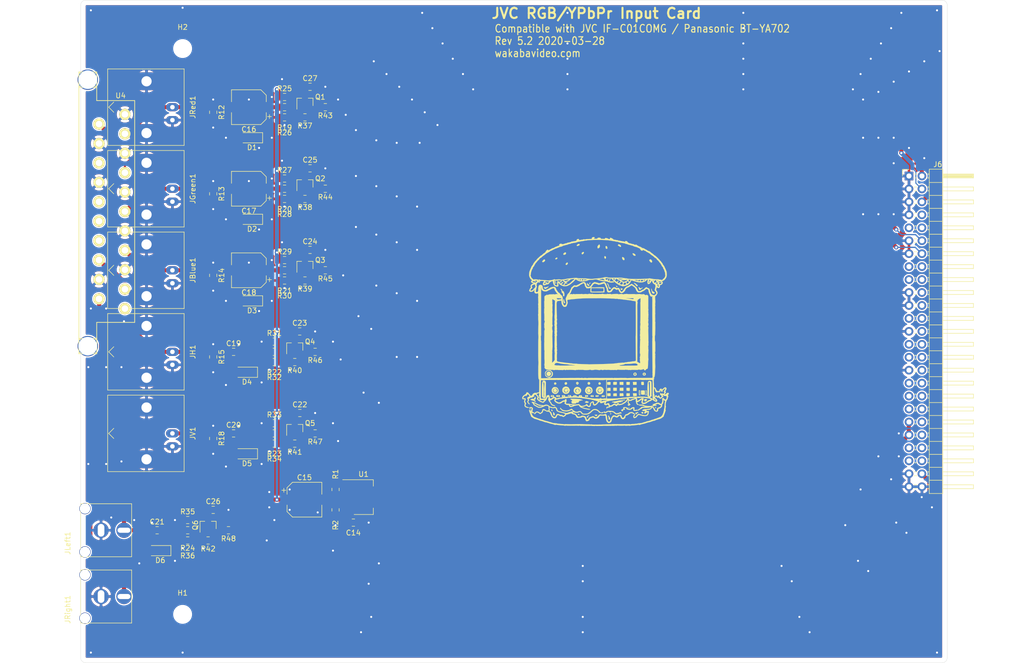
<source format=kicad_pcb>
(kicad_pcb (version 20171130) (host pcbnew "(5.1.5)-2")
  (layers (0 F.Cu signal) (31 B.Cu signal) (34 B.Paste user hide) (35 F.Paste user hide) (36 B.SilkS user) (37 F.SilkS user) (38 B.Mask user) (39 F.Mask user) (44 Edge.Cuts user))
  (net 0 "")
  (net 1 GNDA)
  (net 2 +15V)
  (net 3 "Net-(U4-Pad1)")
  (net 4 "Net-(U4-Pad19)")
  (net 5 "Net-(U4-Pad16)")
  (net 6 "Net-(U4-Pad12)")
  (net 7 "Net-(U4-Pad10)")
  (net 8 "Net-(U4-Pad8)")
  (net 9 "Net-(U4-Pad3)")
  (net 10 +12V)
  (net 11 "Net-(C16-Pad1)")
  (net 12 "Net-(C17-Pad1)")
  (net 13 "Net-(C18-Pad1)")
  (net 14 "Net-(C19-Pad2)")
  (net 15 "Net-(C20-Pad2)")
  (net 16 "Net-(C21-Pad2)")
  (net 17 "Net-(J6-Pad46)")
  (net 18 "Net-(J6-Pad45)")
  (net 19 "Net-(J6-Pad44)")
  (net 20 "Net-(J6-Pad43)")
  (net 21 "Net-(J6-Pad42)")
  (net 22 "Net-(J6-Pad40)")
  (net 23 "Net-(J6-Pad38)")
  (net 24 "Net-(J6-Pad37)")
  (net 25 "Net-(J6-Pad36)")
  (net 26 "Net-(J6-Pad35)")
  (net 27 "Net-(J6-Pad34)")
  (net 28 "Net-(J6-Pad33)")
  (net 29 "Net-(J6-Pad32)")
  (net 30 "Net-(J6-Pad30)")
  (net 31 "Net-(J6-Pad29)")
  (net 32 "Net-(J6-Pad28)")
  (net 33 "Net-(J6-Pad27)")
  (net 34 "Net-(J6-Pad26)")
  (net 35 "Net-(J6-Pad24)")
  (net 36 "Net-(J6-Pad23)")
  (net 37 "Net-(J6-Pad22)")
  (net 38 "Net-(J6-Pad20)")
  (net 39 "Net-(J6-Pad18)")
  (net 40 "Net-(J6-Pad17)")
  (net 41 "Net-(J6-Pad16)")
  (net 42 "Net-(J6-Pad15)")
  (net 43 "Net-(J6-Pad10)")
  (net 44 "Net-(J6-Pad9)")
  (net 45 "Net-(J6-Pad8)")
  (net 46 "Net-(JRight1-Pad1)")
  (net 47 "Net-(Q1-Pad2)")
  (net 48 "Net-(Q1-Pad1)")
  (net 49 "Net-(Q2-Pad2)")
  (net 50 "Net-(Q2-Pad1)")
  (net 51 "Net-(Q3-Pad2)")
  (net 52 "Net-(Q3-Pad1)")
  (net 53 "Net-(Q4-Pad2)")
  (net 54 "Net-(Q4-Pad1)")
  (net 55 "Net-(Q5-Pad2)")
  (net 56 "Net-(Q5-Pad1)")
  (net 57 "Net-(Q6-Pad2)")
  (net 58 "Net-(Q6-Pad1)")
  (net 59 /Ri)
  (net 60 /Gi)
  (net 61 /Bi)
  (net 62 /Hi)
  (net 63 /Vi)
  (net 64 /Ai)
  (net 65 /Audio)
  (net 66 /Vs)
  (net 67 /Cs)
  (net 68 /Ro)
  (net 69 /Bo)
  (net 70 /Go)
  (net 71 "Net-(R1-Pad2)")
  (module Connector_Coaxial:BNC_Amphenol_B6252HB-NPP3G-50_Horizontal (layer F.Cu) (at -42 95 90)
    (fp_text reference JV1 (at 0 4 90) (layer F.SilkS))
    (fp_text value Conn_Coaxial)
    (pad 2 thru_hole oval (at -2.54 0 90) (size 1.6 2.5) (drill 0.89) (layers *.Cu *.Mask) (net 1 GNDA))
    (pad 1 thru_hole oval (at 0 0 90) (size 1.6 2.5) (drill 0.89) (layers *.Cu *.Mask) (net 63 /Vi))
    (pad 2 thru_hole oval (at 5.08 -5.08 90) (size 3.5 7) (drill 2.01) (layers *.Cu *.Mask) (net 1 GNDA))
    (pad 2 thru_hole oval (at -5.08 -5.08 90) (size 3.5 7) (drill 2.01) (layers *.Cu *.Mask) (net 1 GNDA))
  )
  (module Connector_Coaxial:BNC_Amphenol_B6252HB-NPP3G-50_Horizontal (layer F.Cu) (at -42 31 90)
    (fp_text reference JRed1 (at 0 4 90) (layer F.SilkS))
    (fp_text value Conn_Coaxial)
    (pad 2 thru_hole oval (at -2.54 0 90) (size 1.6 2.5) (drill 0.89) (layers *.Cu *.Mask) (net 1 GNDA))
    (pad 1 thru_hole oval (at 0 0 90) (size 1.6 2.5) (drill 0.89) (layers *.Cu *.Mask) (net 59 /Ri))
    (pad 2 thru_hole oval (at 5.08 -5.08 90) (size 3.5 7) (drill 2.01) (layers *.Cu *.Mask) (net 1 GNDA))
    (pad 2 thru_hole oval (at -5.08 -5.08 90) (size 3.5 7) (drill 2.01) (layers *.Cu *.Mask) (net 1 GNDA))
  )
  (module Connector_Coaxial:BNC_Amphenol_B6252HB-NPP3G-50_Horizontal (layer F.Cu) (at -42 79 90)
    (fp_text reference JH1 (at 0 4 90) (layer F.SilkS))
    (fp_text value Conn_Coaxial)
    (pad 2 thru_hole oval (at -2.54 0 90) (size 1.6 2.5) (drill 0.89) (layers *.Cu *.Mask) (net 1 GNDA))
    (pad 1 thru_hole oval (at 0 0 90) (size 1.6 2.5) (drill 0.89) (layers *.Cu *.Mask) (net 62 /Hi))
    (pad 2 thru_hole oval (at 5.08 -5.08 90) (size 3.5 7) (drill 2.01) (layers *.Cu *.Mask) (net 1 GNDA))
    (pad 2 thru_hole oval (at -5.08 -5.08 90) (size 3.5 7) (drill 2.01) (layers *.Cu *.Mask) (net 1 GNDA))
  )
  (module Connector_Coaxial:BNC_Amphenol_B6252HB-NPP3G-50_Horizontal (layer F.Cu) (at -42 47 90)
    (fp_text reference JGreen1 (at 0 4 90) (layer F.SilkS))
    (fp_text value Conn_Coaxial)
    (pad 2 thru_hole oval (at -2.54 0 90) (size 1.6 2.5) (drill 0.89) (layers *.Cu *.Mask) (net 1 GNDA))
    (pad 1 thru_hole oval (at 0 0 90) (size 1.6 2.5) (drill 0.89) (layers *.Cu *.Mask) (net 60 /Gi))
    (pad 2 thru_hole oval (at 5.08 -5.08 90) (size 3.5 7) (drill 2.01) (layers *.Cu *.Mask) (net 1 GNDA))
    (pad 2 thru_hole oval (at -5.08 -5.08 90) (size 3.5 7) (drill 2.01) (layers *.Cu *.Mask) (net 1 GNDA))
  )
  (module Connector_Coaxial:BNC_Amphenol_B6252HB-NPP3G-50_Horizontal (layer F.Cu) (at -42 63 90)
    (fp_text reference JBlue1 (at 0 4 90) (layer F.SilkS))
    (fp_text value Conn_Coaxial)
    (pad 2 thru_hole oval (at -2.54 0 90) (size 1.6 2.5) (drill 0.89) (layers *.Cu *.Mask) (net 1 GNDA))
    (pad 1 thru_hole oval (at 0 0 90) (size 1.6 2.5) (drill 0.89) (layers *.Cu *.Mask) (net 61 /Bi))
    (pad 2 thru_hole oval (at 5.08 -5.08 90) (size 3.5 7) (drill 2.01) (layers *.Cu *.Mask) (net 1 GNDA))
    (pad 2 thru_hole oval (at -5.08 -5.08 90) (size 3.5 7) (drill 2.01) (layers *.Cu *.Mask) (net 1 GNDA))
  )
  (module videobits:borgar (layer F.Cu) (at 41 75)
    (fp_text reference FID101 hide)
    (fp_text value Borgar hide)
  )
  (module custom_components:SCART_CONN (layer F.Cu) (at -56.4 68.61 270)
    (fp_text reference U4 (at -39.878 -4.23672) (layer F.SilkS))
    (fp_text value SCART_CONN)
    (pad 0 thru_hole circle (at 9.27 2.2 270) (size 4 4) (drill 3.6) (layers *.Cu *.Mask))
    (pad 0 thru_hole circle (at -43 2.2 270) (size 4 4) (drill 3.6) (layers *.Cu *.Mask))
    (pad 2 thru_hole circle (at 0 0 270) (size 2.2 2.2) (drill 1.3) (layers *.Cu *.Mask F.SilkS) (net 46 "Net-(JRight1-Pad1)"))
    (pad 3 thru_hole circle (at -1.905 -5.08 270) (size 2.2 2.2) (drill 1.3) (layers *.Cu *.Mask F.SilkS) (net 9 "Net-(U4-Pad3)"))
    (pad 4 thru_hole circle (at -3.81 0 270) (size 2.2 2.2) (drill 1.3) (layers *.Cu *.Mask F.SilkS) (net 1 GNDA))
    (pad 5 thru_hole circle (at -5.715 -5.08 270) (size 2.2 2.2) (drill 1.3) (layers *.Cu *.Mask F.SilkS) (net 1 GNDA))
    (pad 6 thru_hole circle (at -7.62 0 270) (size 2.2 2.2) (drill 1.3) (layers *.Cu *.Mask F.SilkS) (net 64 /Ai))
    (pad 7 thru_hole circle (at -9.525 -5.08 270) (size 2.2 2.2) (drill 1.3) (layers *.Cu *.Mask F.SilkS) (net 61 /Bi))
    (pad 8 thru_hole circle (at -11.43 0 270) (size 2.2 2.2) (drill 1.3) (layers *.Cu *.Mask F.SilkS) (net 8 "Net-(U4-Pad8)"))
    (pad 9 thru_hole circle (at -13.335 -5.08 270) (size 2.2 2.2) (drill 1.3) (layers *.Cu *.Mask F.SilkS) (net 1 GNDA))
    (pad 10 thru_hole circle (at -15.24 0 270) (size 2.2 2.2) (drill 1.3) (layers *.Cu *.Mask F.SilkS) (net 7 "Net-(U4-Pad10)"))
    (pad 11 thru_hole circle (at -17.145 -5.08 270) (size 2.2 2.2) (drill 1.3) (layers *.Cu *.Mask F.SilkS) (net 60 /Gi))
    (pad 12 thru_hole circle (at -19.05 0 270) (size 2.2 2.2) (drill 1.3) (layers *.Cu *.Mask F.SilkS) (net 6 "Net-(U4-Pad12)"))
    (pad 13 thru_hole circle (at -20.955 -5.08 270) (size 2.2 2.2) (drill 1.3) (layers *.Cu *.Mask F.SilkS) (net 1 GNDA))
    (pad 20 thru_hole circle (at -34.29 0 270) (size 2.2 2.2) (drill 1.3) (layers *.Cu *.Mask F.SilkS) (net 62 /Hi))
    (pad 15 thru_hole circle (at -24.765 -5.08 270) (size 2.2 2.2) (drill 1.3) (layers *.Cu *.Mask F.SilkS) (net 59 /Ri))
    (pad 14 thru_hole circle (at -22.86 0 270) (size 2.2 2.2) (drill 1.3) (layers *.Cu *.Mask F.SilkS) (net 1 GNDA))
    (pad 17 thru_hole circle (at -28.575 -5.08 270) (size 2.2 2.2) (drill 1.3) (layers *.Cu *.Mask F.SilkS) (net 1 GNDA))
    (pad 16 thru_hole circle (at -26.67 0 270) (size 2.2 2.2) (drill 1.3) (layers *.Cu *.Mask F.SilkS) (net 5 "Net-(U4-Pad16)"))
    (pad 19 thru_hole circle (at -32.385 -5.08 270) (size 2.2 2.2) (drill 1.3) (layers *.Cu *.Mask F.SilkS) (net 4 "Net-(U4-Pad19)"))
    (pad 18 thru_hole circle (at -30.48 0 270) (size 2.2 2.2) (drill 1.3) (layers *.Cu *.Mask F.SilkS) (net 1 GNDA))
    (pad 21 thru_hole circle (at -36.195 -5.08 270) (size 2.2 2.2) (drill 1.3) (layers *.Cu *.Mask F.SilkS) (net 1 GNDA))
    (pad 1 thru_hole circle (at 1.905 -5.08 270) (size 2.2 2.2) (drill 1.3) (layers *.Cu *.Mask F.SilkS) (net 3 "Net-(U4-Pad1)"))
  )
  (module Package_TO_SOT_SMD:SOT-223-3_TabPin2 (layer F.Cu) (at -4.5 107.5)
    (fp_text reference U1 (at 0 -4.5) (layer F.SilkS))
    (fp_text value AMS1117-5.0)
    (pad 1 smd rect (at -3.15 -2.3) (size 2 1.5) (layers F.Cu F.Paste F.Mask) (net 71 "Net-(R1-Pad2)"))
    (pad 3 smd rect (at -3.15 2.3) (size 2 1.5) (layers F.Cu F.Paste F.Mask) (net 2 +15V))
    (pad 2 smd rect (at -3.15 0) (size 2 1.5) (layers F.Cu F.Paste F.Mask) (net 10 +12V))
    (pad 2 smd rect (at 3.15 0) (size 2 3.8) (layers F.Cu F.Paste F.Mask) (net 10 +12V))
  )
  (module Resistor_SMD:R_0805_2012Metric_Pad1.15x1.40mm_HandSolder (layer F.Cu) (at -10 110 270)
    (fp_text reference R2 (at 3 0 90) (layer F.SilkS))
    (fp_text value 1k)
    (pad 2 smd roundrect (at 1.025 0 270) (size 1.15 1.4) (layers F.Cu F.Paste F.Mask) (roundrect_rratio 0.217391) (net 1 GNDA))
    (pad 1 smd roundrect (at -1.025 0 270) (size 1.15 1.4) (layers F.Cu F.Paste F.Mask) (roundrect_rratio 0.217391) (net 71 "Net-(R1-Pad2)"))
  )
  (module Resistor_SMD:R_0805_2012Metric_Pad1.15x1.40mm_HandSolder (layer F.Cu) (at -10 106 270)
    (fp_text reference R1 (at -3 0 90) (layer F.SilkS))
    (fp_text value 1k)
    (pad 2 smd roundrect (at 1.025 0 270) (size 1.15 1.4) (layers F.Cu F.Paste F.Mask) (roundrect_rratio 0.217391) (net 71 "Net-(R1-Pad2)"))
    (pad 1 smd roundrect (at -1.025 0 270) (size 1.15 1.4) (layers F.Cu F.Paste F.Mask) (roundrect_rratio 0.217391) (net 10 +12V))
  )
  (module Diode_SMD:D_SOD-123F (layer F.Cu) (at -44.5 118 180)
    (fp_text reference D6 (at -0.127 -1.905) (layer F.SilkS))
    (fp_text value 7v5)
    (pad 2 smd rect (at 1.4 0 180) (size 1.1 1.1) (layers F.Cu F.Paste F.Mask) (net 1 GNDA))
    (pad 1 smd rect (at -1.4 0 180) (size 1.1 1.1) (layers F.Cu F.Paste F.Mask) (net 16 "Net-(C21-Pad2)"))
  )
  (module Diode_SMD:D_SOD-123F (layer F.Cu) (at -27.5 99 180)
    (fp_text reference D5 (at -0.127 -1.905) (layer F.SilkS))
    (fp_text value 7v5)
    (pad 2 smd rect (at 1.4 0 180) (size 1.1 1.1) (layers F.Cu F.Paste F.Mask) (net 1 GNDA))
    (pad 1 smd rect (at -1.4 0 180) (size 1.1 1.1) (layers F.Cu F.Paste F.Mask) (net 15 "Net-(C20-Pad2)"))
  )
  (module Diode_SMD:D_SOD-123F (layer F.Cu) (at -27.5 83 180)
    (fp_text reference D4 (at -0.127 -1.905) (layer F.SilkS))
    (fp_text value 7v5)
    (pad 2 smd rect (at 1.4 0 180) (size 1.1 1.1) (layers F.Cu F.Paste F.Mask) (net 1 GNDA))
    (pad 1 smd rect (at -1.4 0 180) (size 1.1 1.1) (layers F.Cu F.Paste F.Mask) (net 14 "Net-(C19-Pad2)"))
  )
  (module Diode_SMD:D_SOD-123F (layer F.Cu) (at -26.5 69 180)
    (fp_text reference D3 (at -0.127 -1.905) (layer F.SilkS))
    (fp_text value 7v5)
    (pad 2 smd rect (at 1.4 0 180) (size 1.1 1.1) (layers F.Cu F.Paste F.Mask) (net 1 GNDA))
    (pad 1 smd rect (at -1.4 0 180) (size 1.1 1.1) (layers F.Cu F.Paste F.Mask) (net 13 "Net-(C18-Pad1)"))
  )
  (module Diode_SMD:D_SOD-123F (layer F.Cu) (at -26.5 53 180)
    (fp_text reference D2 (at -0.127 -1.905) (layer F.SilkS))
    (fp_text value 7v5)
    (pad 2 smd rect (at 1.4 0 180) (size 1.1 1.1) (layers F.Cu F.Paste F.Mask) (net 1 GNDA))
    (pad 1 smd rect (at -1.4 0 180) (size 1.1 1.1) (layers F.Cu F.Paste F.Mask) (net 12 "Net-(C17-Pad1)"))
  )
  (module Diode_SMD:D_SOD-123F (layer F.Cu) (at -26.5 37 180)
    (fp_text reference D1 (at -0.127 -1.905) (layer F.SilkS))
    (fp_text value 7v5)
    (pad 2 smd rect (at 1.4 0 180) (size 1.1 1.1) (layers F.Cu F.Paste F.Mask) (net 1 GNDA))
    (pad 1 smd rect (at -1.4 0 180) (size 1.1 1.1) (layers F.Cu F.Paste F.Mask) (net 11 "Net-(C16-Pad1)"))
  )
  (module Resistor_SMD:R_0805_2012Metric_Pad1.15x1.40mm_HandSolder (layer F.Cu) (at -31 114 180)
    (fp_text reference R48 (at 0 -1.65) (layer F.SilkS))
    (fp_text value 100)
    (pad 2 smd roundrect (at 1.025 0 180) (size 1.15 1.4) (layers F.Cu F.Paste F.Mask) (roundrect_rratio 0.217391) (net 57 "Net-(Q6-Pad2)"))
    (pad 1 smd roundrect (at -1.025 0 180) (size 1.15 1.4) (layers F.Cu F.Paste F.Mask) (roundrect_rratio 0.217391) (net 65 /Audio))
  )
  (module Resistor_SMD:R_0805_2012Metric_Pad1.15x1.40mm_HandSolder (layer F.Cu) (at -14 95 180)
    (fp_text reference R47 (at 0 -1.65) (layer F.SilkS))
    (fp_text value 100)
    (pad 2 smd roundrect (at 1.025 0 180) (size 1.15 1.4) (layers F.Cu F.Paste F.Mask) (roundrect_rratio 0.217391) (net 55 "Net-(Q5-Pad2)"))
    (pad 1 smd roundrect (at -1.025 0 180) (size 1.15 1.4) (layers F.Cu F.Paste F.Mask) (roundrect_rratio 0.217391) (net 66 /Vs))
  )
  (module Resistor_SMD:R_0805_2012Metric_Pad1.15x1.40mm_HandSolder (layer F.Cu) (at -14 79 180)
    (fp_text reference R46 (at 0 -1.65) (layer F.SilkS))
    (fp_text value 100)
    (pad 2 smd roundrect (at 1.025 0 180) (size 1.15 1.4) (layers F.Cu F.Paste F.Mask) (roundrect_rratio 0.217391) (net 53 "Net-(Q4-Pad2)"))
    (pad 1 smd roundrect (at -1.025 0 180) (size 1.15 1.4) (layers F.Cu F.Paste F.Mask) (roundrect_rratio 0.217391) (net 67 /Cs))
  )
  (module Resistor_SMD:R_0805_2012Metric_Pad1.15x1.40mm_HandSolder (layer F.Cu) (at -12 63 180)
    (fp_text reference R45 (at 0 -1.65) (layer F.SilkS))
    (fp_text value 100)
    (pad 2 smd roundrect (at 1.025 0 180) (size 1.15 1.4) (layers F.Cu F.Paste F.Mask) (roundrect_rratio 0.217391) (net 51 "Net-(Q3-Pad2)"))
    (pad 1 smd roundrect (at -1.025 0 180) (size 1.15 1.4) (layers F.Cu F.Paste F.Mask) (roundrect_rratio 0.217391) (net 69 /Bo))
  )
  (module Resistor_SMD:R_0805_2012Metric_Pad1.15x1.40mm_HandSolder (layer F.Cu) (at -12 47 180)
    (fp_text reference R44 (at 0 -1.65) (layer F.SilkS))
    (fp_text value 100)
    (pad 2 smd roundrect (at 1.025 0 180) (size 1.15 1.4) (layers F.Cu F.Paste F.Mask) (roundrect_rratio 0.217391) (net 49 "Net-(Q2-Pad2)"))
    (pad 1 smd roundrect (at -1.025 0 180) (size 1.15 1.4) (layers F.Cu F.Paste F.Mask) (roundrect_rratio 0.217391) (net 70 /Go))
  )
  (module Resistor_SMD:R_0805_2012Metric_Pad1.15x1.40mm_HandSolder (layer F.Cu) (at -12 31 180)
    (fp_text reference R43 (at 0 -1.65) (layer F.SilkS))
    (fp_text value 100)
    (pad 2 smd roundrect (at 1.025 0 180) (size 1.15 1.4) (layers F.Cu F.Paste F.Mask) (roundrect_rratio 0.217391) (net 47 "Net-(Q1-Pad2)"))
    (pad 1 smd roundrect (at -1.025 0 180) (size 1.15 1.4) (layers F.Cu F.Paste F.Mask) (roundrect_rratio 0.217391) (net 68 /Ro))
  )
  (module Resistor_SMD:R_0805_2012Metric_Pad1.15x1.40mm_HandSolder (layer F.Cu) (at -35 116 180)
    (fp_text reference R42 (at 0 -1.65) (layer F.SilkS))
    (fp_text value 2k7)
    (pad 2 smd roundrect (at 1.025 0 180) (size 1.15 1.4) (layers F.Cu F.Paste F.Mask) (roundrect_rratio 0.217391) (net 1 GNDA))
    (pad 1 smd roundrect (at -1.025 0 180) (size 1.15 1.4) (layers F.Cu F.Paste F.Mask) (roundrect_rratio 0.217391) (net 57 "Net-(Q6-Pad2)"))
  )
  (module Resistor_SMD:R_0805_2012Metric_Pad1.15x1.40mm_HandSolder (layer F.Cu) (at -18 97 180)
    (fp_text reference R41 (at 0 -1.65) (layer F.SilkS))
    (fp_text value 2k7)
    (pad 2 smd roundrect (at 1.025 0 180) (size 1.15 1.4) (layers F.Cu F.Paste F.Mask) (roundrect_rratio 0.217391) (net 1 GNDA))
    (pad 1 smd roundrect (at -1.025 0 180) (size 1.15 1.4) (layers F.Cu F.Paste F.Mask) (roundrect_rratio 0.217391) (net 55 "Net-(Q5-Pad2)"))
  )
  (module Resistor_SMD:R_0805_2012Metric_Pad1.15x1.40mm_HandSolder (layer F.Cu) (at -18 81 180)
    (fp_text reference R40 (at 0 -1.65) (layer F.SilkS))
    (fp_text value 2k7)
    (pad 2 smd roundrect (at 1.025 0 180) (size 1.15 1.4) (layers F.Cu F.Paste F.Mask) (roundrect_rratio 0.217391) (net 1 GNDA))
    (pad 1 smd roundrect (at -1.025 0 180) (size 1.15 1.4) (layers F.Cu F.Paste F.Mask) (roundrect_rratio 0.217391) (net 53 "Net-(Q4-Pad2)"))
  )
  (module Resistor_SMD:R_0805_2012Metric_Pad1.15x1.40mm_HandSolder (layer F.Cu) (at -16 65 180)
    (fp_text reference R39 (at 0 -1.65) (layer F.SilkS))
    (fp_text value 390)
    (pad 2 smd roundrect (at 1.025 0 180) (size 1.15 1.4) (layers F.Cu F.Paste F.Mask) (roundrect_rratio 0.217391) (net 1 GNDA))
    (pad 1 smd roundrect (at -1.025 0 180) (size 1.15 1.4) (layers F.Cu F.Paste F.Mask) (roundrect_rratio 0.217391) (net 51 "Net-(Q3-Pad2)"))
  )
  (module Resistor_SMD:R_0805_2012Metric_Pad1.15x1.40mm_HandSolder (layer F.Cu) (at -16 49 180)
    (fp_text reference R38 (at 0 -1.65) (layer F.SilkS))
    (fp_text value 390)
    (pad 2 smd roundrect (at 1.025 0 180) (size 1.15 1.4) (layers F.Cu F.Paste F.Mask) (roundrect_rratio 0.217391) (net 1 GNDA))
    (pad 1 smd roundrect (at -1.025 0 180) (size 1.15 1.4) (layers F.Cu F.Paste F.Mask) (roundrect_rratio 0.217391) (net 49 "Net-(Q2-Pad2)"))
  )
  (module Resistor_SMD:R_0805_2012Metric_Pad1.15x1.40mm_HandSolder (layer F.Cu) (at -16 33 180)
    (fp_text reference R37 (at 0 -1.65) (layer F.SilkS))
    (fp_text value 390)
    (pad 2 smd roundrect (at 1.025 0 180) (size 1.15 1.4) (layers F.Cu F.Paste F.Mask) (roundrect_rratio 0.217391) (net 1 GNDA))
    (pad 1 smd roundrect (at -1.025 0 180) (size 1.15 1.4) (layers F.Cu F.Paste F.Mask) (roundrect_rratio 0.217391) (net 47 "Net-(Q1-Pad2)"))
  )
  (module Resistor_SMD:R_0805_2012Metric_Pad1.15x1.40mm_HandSolder (layer F.Cu) (at -39 116 180)
    (fp_text reference R36 (at 0 -3) (layer F.SilkS))
    (fp_text value 33k)
    (pad 2 smd roundrect (at 1.025 0 180) (size 1.15 1.4) (layers F.Cu F.Paste F.Mask) (roundrect_rratio 0.217391) (net 1 GNDA))
    (pad 1 smd roundrect (at -1.025 0 180) (size 1.15 1.4) (layers F.Cu F.Paste F.Mask) (roundrect_rratio 0.217391) (net 58 "Net-(Q6-Pad1)"))
  )
  (module Resistor_SMD:R_0805_2012Metric_Pad1.15x1.40mm_HandSolder (layer F.Cu) (at -39 112)
    (fp_text reference R35 (at 0 -1.65) (layer F.SilkS))
    (fp_text value 33k)
    (pad 2 smd roundrect (at 1.025 0) (size 1.15 1.4) (layers F.Cu F.Paste F.Mask) (roundrect_rratio 0.217391) (net 58 "Net-(Q6-Pad1)"))
    (pad 1 smd roundrect (at -1.025 0) (size 1.15 1.4) (layers F.Cu F.Paste F.Mask) (roundrect_rratio 0.217391) (net 10 +12V))
  )
  (module Resistor_SMD:R_0805_2012Metric_Pad1.15x1.40mm_HandSolder (layer F.Cu) (at -22 97 180)
    (fp_text reference R34 (at 0 -3) (layer F.SilkS))
    (fp_text value 33k)
    (pad 2 smd roundrect (at 1.025 0 180) (size 1.15 1.4) (layers F.Cu F.Paste F.Mask) (roundrect_rratio 0.217391) (net 1 GNDA))
    (pad 1 smd roundrect (at -1.025 0 180) (size 1.15 1.4) (layers F.Cu F.Paste F.Mask) (roundrect_rratio 0.217391) (net 56 "Net-(Q5-Pad1)"))
  )
  (module Resistor_SMD:R_0805_2012Metric_Pad1.15x1.40mm_HandSolder (layer F.Cu) (at -22 93)
    (fp_text reference R33 (at 0 -1.65) (layer F.SilkS))
    (fp_text value 33k)
    (pad 2 smd roundrect (at 1.025 0) (size 1.15 1.4) (layers F.Cu F.Paste F.Mask) (roundrect_rratio 0.217391) (net 56 "Net-(Q5-Pad1)"))
    (pad 1 smd roundrect (at -1.025 0) (size 1.15 1.4) (layers F.Cu F.Paste F.Mask) (roundrect_rratio 0.217391) (net 10 +12V))
  )
  (module Resistor_SMD:R_0805_2012Metric_Pad1.15x1.40mm_HandSolder (layer F.Cu) (at -22 81 180)
    (fp_text reference R32 (at 0 -3) (layer F.SilkS))
    (fp_text value 33k)
    (pad 2 smd roundrect (at 1.025 0 180) (size 1.15 1.4) (layers F.Cu F.Paste F.Mask) (roundrect_rratio 0.217391) (net 1 GNDA))
    (pad 1 smd roundrect (at -1.025 0 180) (size 1.15 1.4) (layers F.Cu F.Paste F.Mask) (roundrect_rratio 0.217391) (net 54 "Net-(Q4-Pad1)"))
  )
  (module Resistor_SMD:R_0805_2012Metric_Pad1.15x1.40mm_HandSolder (layer F.Cu) (at -22 77)
    (fp_text reference R31 (at 0 -1.65) (layer F.SilkS))
    (fp_text value 33k)
    (pad 2 smd roundrect (at 1.025 0) (size 1.15 1.4) (layers F.Cu F.Paste F.Mask) (roundrect_rratio 0.217391) (net 54 "Net-(Q4-Pad1)"))
    (pad 1 smd roundrect (at -1.025 0) (size 1.15 1.4) (layers F.Cu F.Paste F.Mask) (roundrect_rratio 0.217391) (net 10 +12V))
  )
  (module Resistor_SMD:R_0805_2012Metric_Pad1.15x1.40mm_HandSolder (layer F.Cu) (at -20 65 180)
    (fp_text reference R30 (at 0 -3) (layer F.SilkS))
    (fp_text value 33k)
    (pad 2 smd roundrect (at 1.025 0 180) (size 1.15 1.4) (layers F.Cu F.Paste F.Mask) (roundrect_rratio 0.217391) (net 1 GNDA))
    (pad 1 smd roundrect (at -1.025 0 180) (size 1.15 1.4) (layers F.Cu F.Paste F.Mask) (roundrect_rratio 0.217391) (net 52 "Net-(Q3-Pad1)"))
  )
  (module Resistor_SMD:R_0805_2012Metric_Pad1.15x1.40mm_HandSolder (layer F.Cu) (at -20 61)
    (fp_text reference R29 (at 0 -1.65) (layer F.SilkS))
    (fp_text value 56k)
    (pad 2 smd roundrect (at 1.025 0) (size 1.15 1.4) (layers F.Cu F.Paste F.Mask) (roundrect_rratio 0.217391) (net 52 "Net-(Q3-Pad1)"))
    (pad 1 smd roundrect (at -1.025 0) (size 1.15 1.4) (layers F.Cu F.Paste F.Mask) (roundrect_rratio 0.217391) (net 10 +12V))
  )
  (module Resistor_SMD:R_0805_2012Metric_Pad1.15x1.40mm_HandSolder (layer F.Cu) (at -20 49 180)
    (fp_text reference R28 (at 0 -3) (layer F.SilkS))
    (fp_text value 33k)
    (pad 2 smd roundrect (at 1.025 0 180) (size 1.15 1.4) (layers F.Cu F.Paste F.Mask) (roundrect_rratio 0.217391) (net 1 GNDA))
    (pad 1 smd roundrect (at -1.025 0 180) (size 1.15 1.4) (layers F.Cu F.Paste F.Mask) (roundrect_rratio 0.217391) (net 50 "Net-(Q2-Pad1)"))
  )
  (module Resistor_SMD:R_0805_2012Metric_Pad1.15x1.40mm_HandSolder (layer F.Cu) (at -20 45)
    (fp_text reference R27 (at 0 -1.65) (layer F.SilkS))
    (fp_text value 56k)
    (pad 2 smd roundrect (at 1.025 0) (size 1.15 1.4) (layers F.Cu F.Paste F.Mask) (roundrect_rratio 0.217391) (net 50 "Net-(Q2-Pad1)"))
    (pad 1 smd roundrect (at -1.025 0) (size 1.15 1.4) (layers F.Cu F.Paste F.Mask) (roundrect_rratio 0.217391) (net 10 +12V))
  )
  (module Resistor_SMD:R_0805_2012Metric_Pad1.15x1.40mm_HandSolder (layer F.Cu) (at -20 33 180)
    (fp_text reference R26 (at 0 -3) (layer F.SilkS))
    (fp_text value 33k)
    (pad 2 smd roundrect (at 1.025 0 180) (size 1.15 1.4) (layers F.Cu F.Paste F.Mask) (roundrect_rratio 0.217391) (net 1 GNDA))
    (pad 1 smd roundrect (at -1.025 0 180) (size 1.15 1.4) (layers F.Cu F.Paste F.Mask) (roundrect_rratio 0.217391) (net 48 "Net-(Q1-Pad1)"))
  )
  (module Resistor_SMD:R_0805_2012Metric_Pad1.15x1.40mm_HandSolder (layer F.Cu) (at -20 29)
    (fp_text reference R25 (at 0 -1.65) (layer F.SilkS))
    (fp_text value 56k)
    (pad 2 smd roundrect (at 1.025 0) (size 1.15 1.4) (layers F.Cu F.Paste F.Mask) (roundrect_rratio 0.217391) (net 48 "Net-(Q1-Pad1)"))
    (pad 1 smd roundrect (at -1.025 0) (size 1.15 1.4) (layers F.Cu F.Paste F.Mask) (roundrect_rratio 0.217391) (net 10 +12V))
  )
  (module Resistor_SMD:R_0805_2012Metric_Pad1.15x1.40mm_HandSolder (layer F.Cu) (at -39 114 180)
    (fp_text reference R24 (at 0 -3.5) (layer F.SilkS))
    (fp_text value 100)
    (pad 2 smd roundrect (at 1.025 0 180) (size 1.15 1.4) (layers F.Cu F.Paste F.Mask) (roundrect_rratio 0.217391) (net 16 "Net-(C21-Pad2)"))
    (pad 1 smd roundrect (at -1.025 0 180) (size 1.15 1.4) (layers F.Cu F.Paste F.Mask) (roundrect_rratio 0.217391) (net 58 "Net-(Q6-Pad1)"))
  )
  (module Resistor_SMD:R_0805_2012Metric_Pad1.15x1.40mm_HandSolder (layer F.Cu) (at -22 95 180)
    (fp_text reference R23 (at 0 -4) (layer F.SilkS))
    (fp_text value 100)
    (pad 2 smd roundrect (at 1.025 0 180) (size 1.15 1.4) (layers F.Cu F.Paste F.Mask) (roundrect_rratio 0.217391) (net 15 "Net-(C20-Pad2)"))
    (pad 1 smd roundrect (at -1.025 0 180) (size 1.15 1.4) (layers F.Cu F.Paste F.Mask) (roundrect_rratio 0.217391) (net 56 "Net-(Q5-Pad1)"))
  )
  (module Resistor_SMD:R_0805_2012Metric_Pad1.15x1.40mm_HandSolder (layer F.Cu) (at -22 79 180)
    (fp_text reference R22 (at 0 -4) (layer F.SilkS))
    (fp_text value 100)
    (pad 2 smd roundrect (at 1.025 0 180) (size 1.15 1.4) (layers F.Cu F.Paste F.Mask) (roundrect_rratio 0.217391) (net 14 "Net-(C19-Pad2)"))
    (pad 1 smd roundrect (at -1.025 0 180) (size 1.15 1.4) (layers F.Cu F.Paste F.Mask) (roundrect_rratio 0.217391) (net 54 "Net-(Q4-Pad1)"))
  )
  (module Resistor_SMD:R_0805_2012Metric_Pad1.15x1.40mm_HandSolder (layer F.Cu) (at -20 63 180)
    (fp_text reference R21 (at 0 -4) (layer F.SilkS))
    (fp_text value 100)
    (pad 2 smd roundrect (at 1.025 0 180) (size 1.15 1.4) (layers F.Cu F.Paste F.Mask) (roundrect_rratio 0.217391) (net 13 "Net-(C18-Pad1)"))
    (pad 1 smd roundrect (at -1.025 0 180) (size 1.15 1.4) (layers F.Cu F.Paste F.Mask) (roundrect_rratio 0.217391) (net 52 "Net-(Q3-Pad1)"))
  )
  (module Resistor_SMD:R_0805_2012Metric_Pad1.15x1.40mm_HandSolder (layer F.Cu) (at -20 47 180)
    (fp_text reference R20 (at 0 -4) (layer F.SilkS))
    (fp_text value 100)
    (pad 2 smd roundrect (at 1.025 0 180) (size 1.15 1.4) (layers F.Cu F.Paste F.Mask) (roundrect_rratio 0.217391) (net 12 "Net-(C17-Pad1)"))
    (pad 1 smd roundrect (at -1.025 0 180) (size 1.15 1.4) (layers F.Cu F.Paste F.Mask) (roundrect_rratio 0.217391) (net 50 "Net-(Q2-Pad1)"))
  )
  (module Resistor_SMD:R_0805_2012Metric_Pad1.15x1.40mm_HandSolder (layer F.Cu) (at -20 31 180)
    (fp_text reference R19 (at 0 -4) (layer F.SilkS))
    (fp_text value 100)
    (pad 2 smd roundrect (at 1.025 0 180) (size 1.15 1.4) (layers F.Cu F.Paste F.Mask) (roundrect_rratio 0.217391) (net 11 "Net-(C16-Pad1)"))
    (pad 1 smd roundrect (at -1.025 0 180) (size 1.15 1.4) (layers F.Cu F.Paste F.Mask) (roundrect_rratio 0.217391) (net 48 "Net-(Q1-Pad1)"))
  )
  (module Resistor_SMD:R_0805_2012Metric_Pad1.15x1.40mm_HandSolder (layer F.Cu) (at -34 96 270)
    (fp_text reference R18 (at 0 -1.65 90) (layer F.SilkS))
    (fp_text value 75)
    (pad 2 smd roundrect (at 1.025 0 270) (size 1.15 1.4) (layers F.Cu F.Paste F.Mask) (roundrect_rratio 0.217391) (net 1 GNDA))
    (pad 1 smd roundrect (at -1.025 0 270) (size 1.15 1.4) (layers F.Cu F.Paste F.Mask) (roundrect_rratio 0.217391) (net 63 /Vi))
  )
  (module Resistor_SMD:R_0805_2012Metric_Pad1.15x1.40mm_HandSolder (layer F.Cu) (at -34 80 270)
    (fp_text reference R15 (at 0 -1.65 90) (layer F.SilkS))
    (fp_text value 75)
    (pad 2 smd roundrect (at 1.025 0 270) (size 1.15 1.4) (layers F.Cu F.Paste F.Mask) (roundrect_rratio 0.217391) (net 1 GNDA))
    (pad 1 smd roundrect (at -1.025 0 270) (size 1.15 1.4) (layers F.Cu F.Paste F.Mask) (roundrect_rratio 0.217391) (net 62 /Hi))
  )
  (module Resistor_SMD:R_0805_2012Metric_Pad1.15x1.40mm_HandSolder (layer F.Cu) (at -34 64 270)
    (fp_text reference R14 (at 0 -1.65 90) (layer F.SilkS))
    (fp_text value 75)
    (pad 2 smd roundrect (at 1.025 0 270) (size 1.15 1.4) (layers F.Cu F.Paste F.Mask) (roundrect_rratio 0.217391) (net 1 GNDA))
    (pad 1 smd roundrect (at -1.025 0 270) (size 1.15 1.4) (layers F.Cu F.Paste F.Mask) (roundrect_rratio 0.217391) (net 61 /Bi))
  )
  (module Resistor_SMD:R_0805_2012Metric_Pad1.15x1.40mm_HandSolder (layer F.Cu) (at -34 48 270)
    (fp_text reference R13 (at 0 -1.65 90) (layer F.SilkS))
    (fp_text value 75)
    (pad 2 smd roundrect (at 1.025 0 270) (size 1.15 1.4) (layers F.Cu F.Paste F.Mask) (roundrect_rratio 0.217391) (net 1 GNDA))
    (pad 1 smd roundrect (at -1.025 0 270) (size 1.15 1.4) (layers F.Cu F.Paste F.Mask) (roundrect_rratio 0.217391) (net 60 /Gi))
  )
  (module Resistor_SMD:R_0805_2012Metric_Pad1.15x1.40mm_HandSolder (layer F.Cu) (at -34 32 270)
    (fp_text reference R12 (at 0 -1.65 90) (layer F.SilkS))
    (fp_text value 75)
    (pad 2 smd roundrect (at 1.025 0 270) (size 1.15 1.4) (layers F.Cu F.Paste F.Mask) (roundrect_rratio 0.217391) (net 1 GNDA))
    (pad 1 smd roundrect (at -1.025 0 270) (size 1.15 1.4) (layers F.Cu F.Paste F.Mask) (roundrect_rratio 0.217391) (net 59 /Ri))
  )
  (module Package_TO_SOT_SMD:SOT-23 (layer F.Cu) (at -35 113 90)
    (fp_text reference Q6 (at 0 -2.5 90) (layer F.SilkS))
    (fp_text value mmbt3904)
    (pad 3 smd rect (at 1 0 90) (size 0.9 0.8) (layers F.Cu F.Paste F.Mask) (net 10 +12V))
    (pad 2 smd rect (at -1 0.95 90) (size 0.9 0.8) (layers F.Cu F.Paste F.Mask) (net 57 "Net-(Q6-Pad2)"))
    (pad 1 smd rect (at -1 -0.95 90) (size 0.9 0.8) (layers F.Cu F.Paste F.Mask) (net 58 "Net-(Q6-Pad1)"))
  )
  (module Package_TO_SOT_SMD:SOT-23 (layer F.Cu) (at -18 94 90)
    (fp_text reference Q5 (at 1 3 180) (layer F.SilkS))
    (fp_text value mmbt3904)
    (pad 3 smd rect (at 1 0 90) (size 0.9 0.8) (layers F.Cu F.Paste F.Mask) (net 10 +12V))
    (pad 2 smd rect (at -1 0.95 90) (size 0.9 0.8) (layers F.Cu F.Paste F.Mask) (net 55 "Net-(Q5-Pad2)"))
    (pad 1 smd rect (at -1 -0.95 90) (size 0.9 0.8) (layers F.Cu F.Paste F.Mask) (net 56 "Net-(Q5-Pad1)"))
  )
  (module Package_TO_SOT_SMD:SOT-23 (layer F.Cu) (at -18 78 90)
    (fp_text reference Q4 (at 1 3 180) (layer F.SilkS))
    (fp_text value mmbt3904)
    (pad 3 smd rect (at 1 0 90) (size 0.9 0.8) (layers F.Cu F.Paste F.Mask) (net 10 +12V))
    (pad 2 smd rect (at -1 0.95 90) (size 0.9 0.8) (layers F.Cu F.Paste F.Mask) (net 53 "Net-(Q4-Pad2)"))
    (pad 1 smd rect (at -1 -0.95 90) (size 0.9 0.8) (layers F.Cu F.Paste F.Mask) (net 54 "Net-(Q4-Pad1)"))
  )
  (module Package_TO_SOT_SMD:SOT-23 (layer F.Cu) (at -16 62 90)
    (fp_text reference Q3 (at 1 3 180) (layer F.SilkS))
    (fp_text value mmbt3904)
    (pad 3 smd rect (at 1 0 90) (size 0.9 0.8) (layers F.Cu F.Paste F.Mask) (net 10 +12V))
    (pad 2 smd rect (at -1 0.95 90) (size 0.9 0.8) (layers F.Cu F.Paste F.Mask) (net 51 "Net-(Q3-Pad2)"))
    (pad 1 smd rect (at -1 -0.95 90) (size 0.9 0.8) (layers F.Cu F.Paste F.Mask) (net 52 "Net-(Q3-Pad1)"))
  )
  (module Package_TO_SOT_SMD:SOT-23 (layer F.Cu) (at -16 46 90)
    (fp_text reference Q2 (at 1 3 180) (layer F.SilkS))
    (fp_text value mmbt3904)
    (pad 3 smd rect (at 1 0 90) (size 0.9 0.8) (layers F.Cu F.Paste F.Mask) (net 10 +12V))
    (pad 2 smd rect (at -1 0.95 90) (size 0.9 0.8) (layers F.Cu F.Paste F.Mask) (net 49 "Net-(Q2-Pad2)"))
    (pad 1 smd rect (at -1 -0.95 90) (size 0.9 0.8) (layers F.Cu F.Paste F.Mask) (net 50 "Net-(Q2-Pad1)"))
  )
  (module Package_TO_SOT_SMD:SOT-23 (layer F.Cu) (at -16 30 90)
    (fp_text reference Q1 (at 1 3 180) (layer F.SilkS))
    (fp_text value mmbt3904)
    (pad 3 smd rect (at 1 0 90) (size 0.9 0.8) (layers F.Cu F.Paste F.Mask) (net 10 +12V))
    (pad 2 smd rect (at -1 0.95 90) (size 0.9 0.8) (layers F.Cu F.Paste F.Mask) (net 47 "Net-(Q1-Pad2)"))
    (pad 1 smd rect (at -1 -0.95 90) (size 0.9 0.8) (layers F.Cu F.Paste F.Mask) (net 48 "Net-(Q1-Pad1)"))
  )
  (module videobits:Cheapo_RCA_single_edge (layer F.Cu) (at -60 127 90)
    (fp_text reference JRight1 (at -2.54 -2.54 90) (layer F.SilkS))
    (fp_text value Conn_Coaxial)
    (pad 0 thru_hole circle (at -4.25 0.85 90) (size 2.2 2.2) (drill 2) (layers *.Cu *.Mask))
    (pad 0 thru_hole circle (at 4.25 0.85 90) (size 2.2 2.2) (drill 2) (layers *.Cu *.Mask))
    (pad 2 thru_hole oval (at 0 4 90) (size 3 3) (drill oval 2.5 1.3) (layers *.Cu *.Mask) (net 1 GNDA))
    (pad 1 thru_hole oval (at 0 8.5 90) (size 3 3) (drill oval 1 2.5) (layers *.Cu *.Mask) (net 46 "Net-(JRight1-Pad1)"))
  )
  (module videobits:Cheapo_RCA_single_edge (layer F.Cu) (at -60 114 90)
    (fp_text reference JLeft1 (at -2.54 -2.54 90) (layer F.SilkS))
    (fp_text value Conn_Coaxial)
    (pad 0 thru_hole circle (at -4.25 0.85 90) (size 2.2 2.2) (drill 2) (layers *.Cu *.Mask))
    (pad 0 thru_hole circle (at 4.25 0.85 90) (size 2.2 2.2) (drill 2) (layers *.Cu *.Mask))
    (pad 2 thru_hole oval (at 0 4 90) (size 3 3) (drill oval 2.5 1.3) (layers *.Cu *.Mask) (net 1 GNDA))
    (pad 1 thru_hole oval (at 0 8.5 90) (size 3 3) (drill oval 1 2.5) (layers *.Cu *.Mask) (net 64 /Ai))
  )
  (module Connector_PinHeader_2.54mm:PinHeader_2x25_P2.54mm_Horizontal (layer F.Cu) (at 102.5 44.5)
    (fp_text reference J6 (at 5.655 -2.27) (layer F.SilkS))
    (fp_text value Conn_02x25_Odd_Even)
    (pad 50 thru_hole oval (at 2.54 60.96) (size 1.7 1.7) (drill 1) (layers *.Cu *.Mask) (net 1 GNDA))
    (pad 49 thru_hole oval (at 0 60.96) (size 1.7 1.7) (drill 1) (layers *.Cu *.Mask) (net 1 GNDA))
    (pad 48 thru_hole oval (at 2.54 58.42) (size 1.7 1.7) (drill 1) (layers *.Cu *.Mask) (net 65 /Audio))
    (pad 47 thru_hole oval (at 0 58.42) (size 1.7 1.7) (drill 1) (layers *.Cu *.Mask) (net 1 GNDA))
    (pad 46 thru_hole oval (at 2.54 55.88) (size 1.7 1.7) (drill 1) (layers *.Cu *.Mask) (net 17 "Net-(J6-Pad46)"))
    (pad 45 thru_hole oval (at 0 55.88) (size 1.7 1.7) (drill 1) (layers *.Cu *.Mask) (net 18 "Net-(J6-Pad45)"))
    (pad 44 thru_hole oval (at 2.54 53.34) (size 1.7 1.7) (drill 1) (layers *.Cu *.Mask) (net 19 "Net-(J6-Pad44)"))
    (pad 43 thru_hole oval (at 0 53.34) (size 1.7 1.7) (drill 1) (layers *.Cu *.Mask) (net 20 "Net-(J6-Pad43)"))
    (pad 42 thru_hole oval (at 2.54 50.8) (size 1.7 1.7) (drill 1) (layers *.Cu *.Mask) (net 21 "Net-(J6-Pad42)"))
    (pad 41 thru_hole oval (at 0 50.8) (size 1.7 1.7) (drill 1) (layers *.Cu *.Mask) (net 2 +15V))
    (pad 40 thru_hole oval (at 2.54 48.26) (size 1.7 1.7) (drill 1) (layers *.Cu *.Mask) (net 22 "Net-(J6-Pad40)"))
    (pad 39 thru_hole oval (at 0 48.26) (size 1.7 1.7) (drill 1) (layers *.Cu *.Mask) (net 2 +15V))
    (pad 38 thru_hole oval (at 2.54 45.72) (size 1.7 1.7) (drill 1) (layers *.Cu *.Mask) (net 23 "Net-(J6-Pad38)"))
    (pad 37 thru_hole oval (at 0 45.72) (size 1.7 1.7) (drill 1) (layers *.Cu *.Mask) (net 24 "Net-(J6-Pad37)"))
    (pad 36 thru_hole oval (at 2.54 43.18) (size 1.7 1.7) (drill 1) (layers *.Cu *.Mask) (net 25 "Net-(J6-Pad36)"))
    (pad 35 thru_hole oval (at 0 43.18) (size 1.7 1.7) (drill 1) (layers *.Cu *.Mask) (net 26 "Net-(J6-Pad35)"))
    (pad 34 thru_hole oval (at 2.54 40.64) (size 1.7 1.7) (drill 1) (layers *.Cu *.Mask) (net 27 "Net-(J6-Pad34)"))
    (pad 33 thru_hole oval (at 0 40.64) (size 1.7 1.7) (drill 1) (layers *.Cu *.Mask) (net 28 "Net-(J6-Pad33)"))
    (pad 32 thru_hole oval (at 2.54 38.1) (size 1.7 1.7) (drill 1) (layers *.Cu *.Mask) (net 29 "Net-(J6-Pad32)"))
    (pad 31 thru_hole oval (at 0 38.1) (size 1.7 1.7) (drill 1) (layers *.Cu *.Mask) (net 1 GNDA))
    (pad 30 thru_hole oval (at 2.54 35.56) (size 1.7 1.7) (drill 1) (layers *.Cu *.Mask) (net 30 "Net-(J6-Pad30)"))
    (pad 29 thru_hole oval (at 0 35.56) (size 1.7 1.7) (drill 1) (layers *.Cu *.Mask) (net 31 "Net-(J6-Pad29)"))
    (pad 28 thru_hole oval (at 2.54 33.02) (size 1.7 1.7) (drill 1) (layers *.Cu *.Mask) (net 32 "Net-(J6-Pad28)"))
    (pad 27 thru_hole oval (at 0 33.02) (size 1.7 1.7) (drill 1) (layers *.Cu *.Mask) (net 33 "Net-(J6-Pad27)"))
    (pad 26 thru_hole oval (at 2.54 30.48) (size 1.7 1.7) (drill 1) (layers *.Cu *.Mask) (net 34 "Net-(J6-Pad26)"))
    (pad 25 thru_hole oval (at 0 30.48) (size 1.7 1.7) (drill 1) (layers *.Cu *.Mask) (net 1 GNDA))
    (pad 24 thru_hole oval (at 2.54 27.94) (size 1.7 1.7) (drill 1) (layers *.Cu *.Mask) (net 35 "Net-(J6-Pad24)"))
    (pad 23 thru_hole oval (at 0 27.94) (size 1.7 1.7) (drill 1) (layers *.Cu *.Mask) (net 36 "Net-(J6-Pad23)"))
    (pad 22 thru_hole oval (at 2.54 25.4) (size 1.7 1.7) (drill 1) (layers *.Cu *.Mask) (net 37 "Net-(J6-Pad22)"))
    (pad 21 thru_hole oval (at 0 25.4) (size 1.7 1.7) (drill 1) (layers *.Cu *.Mask) (net 1 GNDA))
    (pad 20 thru_hole oval (at 2.54 22.86) (size 1.7 1.7) (drill 1) (layers *.Cu *.Mask) (net 38 "Net-(J6-Pad20)"))
    (pad 19 thru_hole oval (at 0 22.86) (size 1.7 1.7) (drill 1) (layers *.Cu *.Mask) (net 1 GNDA))
    (pad 18 thru_hole oval (at 2.54 20.32) (size 1.7 1.7) (drill 1) (layers *.Cu *.Mask) (net 39 "Net-(J6-Pad18)"))
    (pad 17 thru_hole oval (at 0 20.32) (size 1.7 1.7) (drill 1) (layers *.Cu *.Mask) (net 40 "Net-(J6-Pad17)"))
    (pad 16 thru_hole oval (at 2.54 17.78) (size 1.7 1.7) (drill 1) (layers *.Cu *.Mask) (net 41 "Net-(J6-Pad16)"))
    (pad 15 thru_hole oval (at 0 17.78) (size 1.7 1.7) (drill 1) (layers *.Cu *.Mask) (net 42 "Net-(J6-Pad15)"))
    (pad 14 thru_hole oval (at 2.54 15.24) (size 1.7 1.7) (drill 1) (layers *.Cu *.Mask) (net 66 /Vs))
    (pad 13 thru_hole oval (at 0 15.24) (size 1.7 1.7) (drill 1) (layers *.Cu *.Mask) (net 1 GNDA))
    (pad 12 thru_hole oval (at 2.54 12.7) (size 1.7 1.7) (drill 1) (layers *.Cu *.Mask) (net 67 /Cs))
    (pad 11 thru_hole oval (at 0 12.7) (size 1.7 1.7) (drill 1) (layers *.Cu *.Mask) (net 1 GNDA))
    (pad 10 thru_hole oval (at 2.54 10.16) (size 1.7 1.7) (drill 1) (layers *.Cu *.Mask) (net 43 "Net-(J6-Pad10)"))
    (pad 9 thru_hole oval (at 0 10.16) (size 1.7 1.7) (drill 1) (layers *.Cu *.Mask) (net 44 "Net-(J6-Pad9)"))
    (pad 8 thru_hole oval (at 2.54 7.62) (size 1.7 1.7) (drill 1) (layers *.Cu *.Mask) (net 45 "Net-(J6-Pad8)"))
    (pad 7 thru_hole oval (at 0 7.62) (size 1.7 1.7) (drill 1) (layers *.Cu *.Mask) (net 1 GNDA))
    (pad 6 thru_hole oval (at 2.54 5.08) (size 1.7 1.7) (drill 1) (layers *.Cu *.Mask) (net 68 /Ro))
    (pad 5 thru_hole oval (at 0 5.08) (size 1.7 1.7) (drill 1) (layers *.Cu *.Mask) (net 1 GNDA))
    (pad 4 thru_hole oval (at 2.54 2.54) (size 1.7 1.7) (drill 1) (layers *.Cu *.Mask) (net 69 /Bo))
    (pad 3 thru_hole oval (at 0 2.54) (size 1.7 1.7) (drill 1) (layers *.Cu *.Mask) (net 1 GNDA))
    (pad 2 thru_hole oval (at 2.54 0) (size 1.7 1.7) (drill 1) (layers *.Cu *.Mask) (net 70 /Go))
    (pad 1 thru_hole rect (at 0 0) (size 1.7 1.7) (drill 1) (layers *.Cu *.Mask) (net 1 GNDA))
  )
  (module MountingHole:MountingHole_3.2mm_M3 (layer F.Cu) (at -40 19.5)
    (fp_text reference H2 (at 0 -4.2) (layer F.SilkS))
    (fp_text value MountingHole)
    (pad 1 np_thru_hole circle (at 0 0) (size 3.2 3.2) (drill 3.2) (layers *.Cu *.Mask))
  )
  (module MountingHole:MountingHole_3.2mm_M3 (layer F.Cu) (at -40 130.5)
    (fp_text reference H1 (at 0 -4.2) (layer F.SilkS))
    (fp_text value MountingHole)
    (pad 1 np_thru_hole circle (at 0 0) (size 3.2 3.2) (drill 3.2) (layers *.Cu *.Mask))
  )
  (module Capacitor_SMD:C_0805_2012Metric_Pad1.15x1.40mm_HandSolder (layer F.Cu) (at -15 27)
    (fp_text reference C27 (at 0 -1.65) (layer F.SilkS))
    (fp_text value 1u)
    (pad 2 smd roundrect (at 1.025 0) (size 1.15 1.4) (layers F.Cu F.Paste F.Mask) (roundrect_rratio 0.217391) (net 1 GNDA))
    (pad 1 smd roundrect (at -1.025 0) (size 1.15 1.4) (layers F.Cu F.Paste F.Mask) (roundrect_rratio 0.217391) (net 10 +12V))
  )
  (module Capacitor_SMD:C_0805_2012Metric_Pad1.15x1.40mm_HandSolder (layer F.Cu) (at -34 110)
    (fp_text reference C26 (at 0 -1.65) (layer F.SilkS))
    (fp_text value 1u)
    (pad 2 smd roundrect (at 1.025 0) (size 1.15 1.4) (layers F.Cu F.Paste F.Mask) (roundrect_rratio 0.217391) (net 1 GNDA))
    (pad 1 smd roundrect (at -1.025 0) (size 1.15 1.4) (layers F.Cu F.Paste F.Mask) (roundrect_rratio 0.217391) (net 10 +12V))
  )
  (module Capacitor_SMD:C_0805_2012Metric_Pad1.15x1.40mm_HandSolder (layer F.Cu) (at -15 43)
    (fp_text reference C25 (at 0 -1.65) (layer F.SilkS))
    (fp_text value 1u)
    (pad 2 smd roundrect (at 1.025 0) (size 1.15 1.4) (layers F.Cu F.Paste F.Mask) (roundrect_rratio 0.217391) (net 1 GNDA))
    (pad 1 smd roundrect (at -1.025 0) (size 1.15 1.4) (layers F.Cu F.Paste F.Mask) (roundrect_rratio 0.217391) (net 10 +12V))
  )
  (module Capacitor_SMD:C_0805_2012Metric_Pad1.15x1.40mm_HandSolder (layer F.Cu) (at -15 59)
    (fp_text reference C24 (at 0 -1.65) (layer F.SilkS))
    (fp_text value 1u)
    (pad 2 smd roundrect (at 1.025 0) (size 1.15 1.4) (layers F.Cu F.Paste F.Mask) (roundrect_rratio 0.217391) (net 1 GNDA))
    (pad 1 smd roundrect (at -1.025 0) (size 1.15 1.4) (layers F.Cu F.Paste F.Mask) (roundrect_rratio 0.217391) (net 10 +12V))
  )
  (module Capacitor_SMD:C_0805_2012Metric_Pad1.15x1.40mm_HandSolder (layer F.Cu) (at -17.025 75)
    (fp_text reference C23 (at 0 -1.65) (layer F.SilkS))
    (fp_text value 1u)
    (pad 2 smd roundrect (at 1.025 0) (size 1.15 1.4) (layers F.Cu F.Paste F.Mask) (roundrect_rratio 0.217391) (net 1 GNDA))
    (pad 1 smd roundrect (at -1.025 0) (size 1.15 1.4) (layers F.Cu F.Paste F.Mask) (roundrect_rratio 0.217391) (net 10 +12V))
  )
  (module Capacitor_SMD:C_0805_2012Metric_Pad1.15x1.40mm_HandSolder (layer F.Cu) (at -17 91)
    (fp_text reference C22 (at 0 -1.65) (layer F.SilkS))
    (fp_text value 1u)
    (pad 2 smd roundrect (at 1.025 0) (size 1.15 1.4) (layers F.Cu F.Paste F.Mask) (roundrect_rratio 0.217391) (net 1 GNDA))
    (pad 1 smd roundrect (at -1.025 0) (size 1.15 1.4) (layers F.Cu F.Paste F.Mask) (roundrect_rratio 0.217391) (net 10 +12V))
  )
  (module Capacitor_SMD:C_0805_2012Metric_Pad1.15x1.40mm_HandSolder (layer F.Cu) (at -45 114)
    (fp_text reference C21 (at 0 -1.65) (layer F.SilkS))
    (fp_text value 10u)
    (pad 2 smd roundrect (at 1.025 0) (size 1.15 1.4) (layers F.Cu F.Paste F.Mask) (roundrect_rratio 0.217391) (net 16 "Net-(C21-Pad2)"))
    (pad 1 smd roundrect (at -1.025 0) (size 1.15 1.4) (layers F.Cu F.Paste F.Mask) (roundrect_rratio 0.217391) (net 64 /Ai))
  )
  (module Capacitor_SMD:C_0805_2012Metric_Pad1.15x1.40mm_HandSolder (layer F.Cu) (at -30 95)
    (fp_text reference C20 (at 0 -1.65) (layer F.SilkS))
    (fp_text value 10u)
    (pad 2 smd roundrect (at 1.025 0) (size 1.15 1.4) (layers F.Cu F.Paste F.Mask) (roundrect_rratio 0.217391) (net 15 "Net-(C20-Pad2)"))
    (pad 1 smd roundrect (at -1.025 0) (size 1.15 1.4) (layers F.Cu F.Paste F.Mask) (roundrect_rratio 0.217391) (net 63 /Vi))
  )
  (module Capacitor_SMD:C_0805_2012Metric_Pad1.15x1.40mm_HandSolder (layer F.Cu) (at -30 79)
    (fp_text reference C19 (at 0 -1.65) (layer F.SilkS))
    (fp_text value 10u)
    (pad 2 smd roundrect (at 1.025 0) (size 1.15 1.4) (layers F.Cu F.Paste F.Mask) (roundrect_rratio 0.217391) (net 14 "Net-(C19-Pad2)"))
    (pad 1 smd roundrect (at -1.025 0) (size 1.15 1.4) (layers F.Cu F.Paste F.Mask) (roundrect_rratio 0.217391) (net 62 /Hi))
  )
  (module Capacitor_SMD:CP_Elec_6.3x7.7 (layer F.Cu) (at -27 63 180)
    (fp_text reference C18 (at 0 -4.35) (layer F.SilkS))
    (fp_text value 47u)
    (pad 2 smd roundrect (at 2.7 0 180) (size 3.5 1.6) (layers F.Cu F.Paste F.Mask) (roundrect_rratio 0.15625) (net 61 /Bi))
    (pad 1 smd roundrect (at -2.7 0 180) (size 3.5 1.6) (layers F.Cu F.Paste F.Mask) (roundrect_rratio 0.15625) (net 13 "Net-(C18-Pad1)"))
  )
  (module Capacitor_SMD:CP_Elec_6.3x7.7 (layer F.Cu) (at -27 47 180)
    (fp_text reference C17 (at 0 -4.35) (layer F.SilkS))
    (fp_text value 47u)
    (pad 2 smd roundrect (at 2.7 0 180) (size 3.5 1.6) (layers F.Cu F.Paste F.Mask) (roundrect_rratio 0.15625) (net 60 /Gi))
    (pad 1 smd roundrect (at -2.7 0 180) (size 3.5 1.6) (layers F.Cu F.Paste F.Mask) (roundrect_rratio 0.15625) (net 12 "Net-(C17-Pad1)"))
  )
  (module Capacitor_SMD:CP_Elec_6.3x7.7 (layer F.Cu) (at -27 31 180)
    (fp_text reference C16 (at 0 -4.35) (layer F.SilkS))
    (fp_text value 47u)
    (pad 2 smd roundrect (at 2.7 0 180) (size 3.5 1.6) (layers F.Cu F.Paste F.Mask) (roundrect_rratio 0.15625) (net 59 /Ri))
    (pad 1 smd roundrect (at -2.7 0 180) (size 3.5 1.6) (layers F.Cu F.Paste F.Mask) (roundrect_rratio 0.15625) (net 11 "Net-(C16-Pad1)"))
  )
  (module Capacitor_SMD:CP_Elec_6.3x7.7 (layer F.Cu) (at -16.1 108)
    (fp_text reference C15 (at 0 -4.35) (layer F.SilkS))
    (fp_text value 47u)
    (pad 2 smd roundrect (at 2.7 0) (size 3.5 1.6) (layers F.Cu F.Paste F.Mask) (roundrect_rratio 0.15625) (net 1 GNDA))
    (pad 1 smd roundrect (at -2.7 0) (size 3.5 1.6) (layers F.Cu F.Paste F.Mask) (roundrect_rratio 0.15625) (net 10 +12V))
  )
  (module Capacitor_SMD:C_0805_2012Metric_Pad1.15x1.40mm_HandSolder (layer F.Cu) (at -6.5 112.5)
    (fp_text reference C14 (at 0 2) (layer F.SilkS))
    (fp_text value 10u)
    (pad 2 smd roundrect (at 1.025 0) (size 1.15 1.4) (layers F.Cu F.Paste F.Mask) (roundrect_rratio 0.217391) (net 1 GNDA))
    (pad 1 smd roundrect (at -1.025 0) (size 1.15 1.4) (layers F.Cu F.Paste F.Mask) (roundrect_rratio 0.217391) (net 2 +15V))
  )
  (gr_arc (start 109 139) (end 109 140) (angle -90) (layer Edge.Cuts) (width 0.05))
  (gr_arc (start -59 139) (end -60 139) (angle -90) (layer Edge.Cuts) (width 0.05))
  (gr_arc (start -59 11) (end -59 10) (angle -90) (layer Edge.Cuts) (width 0.05))
  (gr_arc (start 109 11) (end 110 11) (angle -90) (layer Edge.Cuts) (width 0.05))
  (gr_text "JVC RGB/YPbPr Input Card" (at 41.2 12.6) (layer F.SilkS) (effects (font (size 2 2) (thickness 0.4))))
  (gr_text "Compatible with JVC IF-C01COMG / Panasonic BT-YA702\nRev 5.2 2020-03-28\nwakabavideo.com" (at 21.1 18) (layer F.SilkS) (effects (font (size 1.5 1.3) (thickness 0.2)) (justify left)))
  (gr_line (start 110 139) (end 110 135) (layer Edge.Cuts) (width 0.05))
  (gr_line (start -59 140) (end 109 140) (layer Edge.Cuts) (width 0.05))
  (gr_line (start -60 11) (end -60 139) (layer Edge.Cuts) (width 0.05))
  (gr_line (start 109 10) (end -59 10) (layer Edge.Cuts) (width 0.05))
  (gr_line (start 110 135) (end 110 11) (layer Edge.Cuts) (width 0.05))
  (via (at -20 50.5) (size 0.8) (drill 0.4) (layers F.Cu B.Cu) (net 1))
  (via (at -17 50.5) (size 0.8) (drill 0.4) (layers F.Cu B.Cu) (net 1))
  (via (at -31.5 53) (size 0.8) (drill 0.4) (layers F.Cu B.Cu) (net 1))
  (via (at -34 45.5) (size 0.8) (drill 0.4) (layers F.Cu B.Cu) (net 1))
  (via (at -25 55) (size 0.8) (drill 0.4) (layers F.Cu B.Cu) (net 1))
  (via (at -22.5 45) (size 0.8) (drill 0.4) (layers F.Cu B.Cu) (net 1))
  (via (at -34 51) (size 0.8) (drill 0.4) (layers F.Cu B.Cu) (net 1))
  (via (at -20.5 41.5) (size 0.8) (drill 0.4) (layers F.Cu B.Cu) (net 1))
  (via (at -22.5 53) (size 0.8) (drill 0.4) (layers F.Cu B.Cu) (net 1))
  (via (at -27 45.5) (size 0.8) (drill 0.4) (layers F.Cu B.Cu) (net 1))
  (via (at -20 66.5) (size 0.8) (drill 0.4) (layers F.Cu B.Cu) (net 1))
  (via (at -17 66.5) (size 0.8) (drill 0.4) (layers F.Cu B.Cu) (net 1))
  (via (at -31.5 69) (size 0.8) (drill 0.4) (layers F.Cu B.Cu) (net 1))
  (via (at -34 61.5) (size 0.8) (drill 0.4) (layers F.Cu B.Cu) (net 1))
  (via (at -25 71) (size 0.8) (drill 0.4) (layers F.Cu B.Cu) (net 1))
  (via (at -22.5 61) (size 0.8) (drill 0.4) (layers F.Cu B.Cu) (net 1))
  (via (at -34 67) (size 0.8) (drill 0.4) (layers F.Cu B.Cu) (net 1))
  (via (at -20.5 57.5) (size 0.8) (drill 0.4) (layers F.Cu B.Cu) (net 1))
  (via (at -22.5 69) (size 0.8) (drill 0.4) (layers F.Cu B.Cu) (net 1))
  (via (at -27 61.5) (size 0.8) (drill 0.4) (layers F.Cu B.Cu) (net 1))
  (via (at -23 82.5) (size 0.8) (drill 0.4) (layers F.Cu B.Cu) (net 1))
  (via (at -19 82.5) (size 0.8) (drill 0.4) (layers F.Cu B.Cu) (net 1))
  (via (at -31.5 85.5) (size 0.8) (drill 0.4) (layers F.Cu B.Cu) (net 1))
  (via (at -34 77.5) (size 0.8) (drill 0.4) (layers F.Cu B.Cu) (net 1))
  (via (at -24.5 77) (size 0.8) (drill 0.4) (layers F.Cu B.Cu) (net 1))
  (via (at -34 83) (size 0.8) (drill 0.4) (layers F.Cu B.Cu) (net 1))
  (via (at -24.5 85) (size 0.8) (drill 0.4) (layers F.Cu B.Cu) (net 1))
  (via (at -29 77.5) (size 0.8) (drill 0.4) (layers F.Cu B.Cu) (net 1))
  (via (at -23 98.5) (size 0.8) (drill 0.4) (layers F.Cu B.Cu) (net 1))
  (via (at -19 98.5) (size 0.8) (drill 0.4) (layers F.Cu B.Cu) (net 1))
  (via (at -34 93.5) (size 0.8) (drill 0.4) (layers F.Cu B.Cu) (net 1))
  (via (at -31.5 101.5) (size 0.8) (drill 0.4) (layers F.Cu B.Cu) (net 1))
  (via (at -34 99) (size 0.8) (drill 0.4) (layers F.Cu B.Cu) (net 1))
  (via (at -24.5 93) (size 0.8) (drill 0.4) (layers F.Cu B.Cu) (net 1))
  (via (at -29 93.5) (size 0.8) (drill 0.4) (layers F.Cu B.Cu) (net 1))
  (via (at -24.5 101) (size 0.8) (drill 0.4) (layers F.Cu B.Cu) (net 1))
  (via (at -14 91) (size 0.8) (drill 0.4) (layers F.Cu B.Cu) (net 1))
  (via (at -40 117.5) (size 0.8) (drill 0.4) (layers F.Cu B.Cu) (net 1))
  (via (at -36 117.5) (size 0.8) (drill 0.4) (layers F.Cu B.Cu) (net 1))
  (via (at -48.5 120.5) (size 0.8) (drill 0.4) (layers F.Cu B.Cu) (net 1))
  (via (at -41.5 112) (size 0.8) (drill 0.4) (layers F.Cu B.Cu) (net 1))
  (via (at -46 112.5) (size 0.8) (drill 0.4) (layers F.Cu B.Cu) (net 1))
  (via (at -41.5 120) (size 0.8) (drill 0.4) (layers F.Cu B.Cu) (net 1))
  (via (at -31 110) (size 0.8) (drill 0.4) (layers F.Cu B.Cu) (net 1))
  (via (at 105.5 41) (size 0.8) (drill 0.4) (layers F.Cu B.Cu) (net 1))
  (via (at 102.5 39) (size 0.8) (drill 0.4) (layers F.Cu B.Cu) (net 1))
  (via (at 99.5 37) (size 0.8) (drill 0.4) (layers F.Cu B.Cu) (net 1))
  (via (at 99.5 42) (size 0.8) (drill 0.4) (layers F.Cu B.Cu) (net 1))
  (via (at 99.5 52) (size 0.8) (drill 0.4) (layers F.Cu B.Cu) (net 1))
  (via (at 99.5 26) (size 0.8) (drill 0.4) (layers F.Cu B.Cu) (net 1))
  (via (at 102.5 24) (size 0.8) (drill 0.4) (layers F.Cu B.Cu) (net 1))
  (via (at 105.5 22) (size 0.8) (drill 0.4) (layers F.Cu B.Cu) (net 1))
  (via (at 99 15.5) (size 0.8) (drill 0.4) (layers F.Cu B.Cu) (net 1))
  (via (at 97 18.5) (size 0.8) (drill 0.4) (layers F.Cu B.Cu) (net 1))
  (via (at 95 21.5) (size 0.8) (drill 0.4) (layers F.Cu B.Cu) (net 1))
  (via (at 93 24.5) (size 0.8) (drill 0.4) (layers F.Cu B.Cu) (net 1))
  (via (at 96.5 28) (size 0.8) (drill 0.4) (layers F.Cu B.Cu) (net 1))
  (via (at 101 12.5) (size 0.8) (drill 0.4) (layers F.Cu B.Cu) (net 1))
  (via (at 108.5 20) (size 0.8) (drill 0.4) (layers F.Cu B.Cu) (net 1))
  (via (at 9 15.5) (size 0.8) (drill 0.4) (layers F.Cu B.Cu) (net 1))
  (via (at 7 12.5) (size 0.8) (drill 0.4) (layers F.Cu B.Cu) (net 1))
  (via (at 11 18.5) (size 0.8) (drill 0.4) (layers F.Cu B.Cu) (net 1))
  (via (at 13 21.5) (size 0.8) (drill 0.4) (layers F.Cu B.Cu) (net 1))
  (via (at 15 24.5) (size 0.8) (drill 0.4) (layers F.Cu B.Cu) (net 1))
  (via (at 5 29.5) (size 0.8) (drill 0.4) (layers F.Cu B.Cu) (net 1))
  (via (at 2.5 27) (size 0.8) (drill 0.4) (layers F.Cu B.Cu) (net 1))
  (via (at 0 24.5) (size 0.8) (drill 0.4) (layers F.Cu B.Cu) (net 1))
  (via (at -2.5 22) (size 0.8) (drill 0.4) (layers F.Cu B.Cu) (net 1))
  (via (at 7.5 32) (size 0.8) (drill 0.4) (layers F.Cu B.Cu) (net 1))
  (via (at -9.5 29.5) (size 0.8) (drill 0.4) (layers F.Cu B.Cu) (net 1))
  (via (at -8 32.5) (size 0.8) (drill 0.4) (layers F.Cu B.Cu) (net 1))
  (via (at -6 35.5) (size 0.8) (drill 0.4) (layers F.Cu B.Cu) (net 1))
  (via (at -2 37.5) (size 0.8) (drill 0.4) (layers F.Cu B.Cu) (net 1))
  (via (at 2 38) (size 0.8) (drill 0.4) (layers F.Cu B.Cu) (net 1))
  (via (at 35.5 12.5) (size 0.8) (drill 0.4) (layers F.Cu B.Cu) (net 1))
  (via (at 35.5 15.5) (size 0.8) (drill 0.4) (layers F.Cu B.Cu) (net 1))
  (via (at 35.5 18.5) (size 0.8) (drill 0.4) (layers F.Cu B.Cu) (net 1))
  (via (at 35.5 21.5) (size 0.8) (drill 0.4) (layers F.Cu B.Cu) (net 1))
  (via (at 35.5 24.5) (size 0.8) (drill 0.4) (layers F.Cu B.Cu) (net 1))
  (via (at 70 12.5) (size 0.8) (drill 0.4) (layers F.Cu B.Cu) (net 1))
  (via (at 70 15.5) (size 0.8) (drill 0.4) (layers F.Cu B.Cu) (net 1))
  (via (at 70 18.5) (size 0.8) (drill 0.4) (layers F.Cu B.Cu) (net 1))
  (via (at 70 21.5) (size 0.8) (drill 0.4) (layers F.Cu B.Cu) (net 1))
  (via (at 70 24.5) (size 0.8) (drill 0.4) (layers F.Cu B.Cu) (net 1))
  (via (at 70 27.5) (size 0.8) (drill 0.4) (layers F.Cu B.Cu) (net 1))
  (via (at 35.5 27.5) (size 0.8) (drill 0.4) (layers F.Cu B.Cu) (net 1))
  (via (at 17 27.5) (size 0.8) (drill 0.4) (layers F.Cu B.Cu) (net 1))
  (via (at 10 34.5) (size 0.8) (drill 0.4) (layers F.Cu B.Cu) (net 1))
  (via (at 6.5 38) (size 0.8) (drill 0.4) (layers F.Cu B.Cu) (net 1))
  (via (at -6 44.5) (size 0.8) (drill 0.4) (layers F.Cu B.Cu) (net 1))
  (via (at -2 46.5) (size 0.8) (drill 0.4) (layers F.Cu B.Cu) (net 1))
  (via (at 2 48.5) (size 0.8) (drill 0.4) (layers F.Cu B.Cu) (net 1))
  (via (at 2 57.5) (size 0.8) (drill 0.4) (layers F.Cu B.Cu) (net 1))
  (via (at -2 56) (size 0.8) (drill 0.4) (layers F.Cu B.Cu) (net 1))
  (via (at -6 54.5) (size 0.8) (drill 0.4) (layers F.Cu B.Cu) (net 1))
  (via (at -2 66) (size 0.8) (drill 0.4) (layers F.Cu B.Cu) (net 1))
  (via (at 2 67.5) (size 0.8) (drill 0.4) (layers F.Cu B.Cu) (net 1))
  (via (at 2 80) (size 0.8) (drill 0.4) (layers F.Cu B.Cu) (net 1))
  (via (at 6 80) (size 0.8) (drill 0.4) (layers F.Cu B.Cu) (net 1))
  (via (at 6 69) (size 0.8) (drill 0.4) (layers F.Cu B.Cu) (net 1))
  (via (at 6 59) (size 0.8) (drill 0.4) (layers F.Cu B.Cu) (net 1))
  (via (at 6 50.5) (size 0.8) (drill 0.4) (layers F.Cu B.Cu) (net 1))
  (via (at -14 75) (size 0.8) (drill 0.4) (layers F.Cu B.Cu) (net 1))
  (via (at -12 59) (size 0.8) (drill 0.4) (layers F.Cu B.Cu) (net 1))
  (via (at -12 43) (size 0.8) (drill 0.4) (layers F.Cu B.Cu) (net 1))
  (via (at -12 27) (size 0.8) (drill 0.4) (layers F.Cu B.Cu) (net 1))
  (via (at -17 34.5) (size 0.8) (drill 0.4) (layers F.Cu B.Cu) (net 1))
  (via (at -20 34.5) (size 0.8) (drill 0.4) (layers F.Cu B.Cu) (net 1))
  (via (at -31.5 37) (size 0.8) (drill 0.4) (layers F.Cu B.Cu) (net 1))
  (via (at -34 35) (size 0.8) (drill 0.4) (layers F.Cu B.Cu) (net 1))
  (via (at -34 29.5) (size 0.8) (drill 0.4) (layers F.Cu B.Cu) (net 1))
  (via (at -27 29.5) (size 0.8) (drill 0.4) (layers F.Cu B.Cu) (net 1))
  (via (at -22.5 29) (size 0.8) (drill 0.4) (layers F.Cu B.Cu) (net 1))
  (via (at -20.5 25.5) (size 0.8) (drill 0.4) (layers F.Cu B.Cu) (net 1))
  (via (at -22.5 37) (size 0.8) (drill 0.4) (layers F.Cu B.Cu) (net 1))
  (via (at -25 39) (size 0.8) (drill 0.4) (layers F.Cu B.Cu) (net 1))
  (via (at -55 101) (size 0.8) (drill 0.4) (layers F.Cu B.Cu) (net 1))
  (via (at -55 70.5) (size 0.8) (drill 0.4) (layers F.Cu B.Cu) (net 1))
  (via (at -55 82) (size 0.8) (drill 0.4) (layers F.Cu B.Cu) (net 1))
  (via (at -58.5 82) (size 0.8) (drill 0.4) (layers F.Cu B.Cu) (net 1))
  (via (at -58.5 101) (size 0.8) (drill 0.4) (layers F.Cu B.Cu) (net 1))
  (via (at -52 100.5) (size 0.8) (drill 0.4) (layers F.Cu B.Cu) (net 1))
  (via (at -52 82) (size 0.8) (drill 0.4) (layers F.Cu B.Cu) (net 1))
  (via (at -51.5 73) (size 0.8) (drill 0.4) (layers F.Cu B.Cu) (net 1))
  (via (at -58 70.5) (size 0.8) (drill 0.4) (layers F.Cu B.Cu) (net 1))
  (via (at -54 111.5) (size 0.8) (drill 0.4) (layers F.Cu B.Cu) (net 1))
  (via (at -49.5 112) (size 0.8) (drill 0.4) (layers F.Cu B.Cu) (net 1))
  (via (at 93.5 29.5) (size 0.8) (drill 0.4) (layers F.Cu B.Cu) (net 1))
  (via (at 91.5 27.5) (size 0.8) (drill 0.4) (layers F.Cu B.Cu) (net 1))
  (via (at 96.5 37) (size 0.8) (drill 0.4) (layers F.Cu B.Cu) (net 1))
  (via (at 96.5 52) (size 0.8) (drill 0.4) (layers F.Cu B.Cu) (net 1))
  (via (at 93.5 52) (size 0.8) (drill 0.4) (layers F.Cu B.Cu) (net 1))
  (via (at 93.5 37) (size 0.8) (drill 0.4) (layers F.Cu B.Cu) (net 1))
  (via (at -10.5 93) (size 0.8) (drill 0.4) (layers F.Cu B.Cu) (net 1))
  (via (at -9.5 96.5) (size 0.8) (drill 0.4) (layers F.Cu B.Cu) (net 1))
  (via (at -1.5 89) (size 0.8) (drill 0.4) (layers F.Cu B.Cu) (net 1))
  (via (at -4.5 87) (size 0.8) (drill 0.4) (layers F.Cu B.Cu) (net 1))
  (via (at -9 80.5) (size 0.8) (drill 0.4) (layers F.Cu B.Cu) (net 1))
  (via (at -10.5 77) (size 0.8) (drill 0.4) (layers F.Cu B.Cu) (net 1))
  (via (at -5.5 72) (size 0.8) (drill 0.4) (layers F.Cu B.Cu) (net 1))
  (via (at -3 74.5) (size 0.8) (drill 0.4) (layers F.Cu B.Cu) (net 1))
  (via (at -8.5 64) (size 0.8) (drill 0.4) (layers F.Cu B.Cu) (net 1))
  (via (at -10 113) (size 0.8) (drill 0.4) (layers F.Cu B.Cu) (net 1))
  (via (at -3.5 112.5) (size 0.8) (drill 0.4) (layers F.Cu B.Cu) (net 1))
  (via (at -13.5 110.5) (size 0.8) (drill 0.4) (layers F.Cu B.Cu) (net 1))
  (via (at -23 106.5) (size 0.8) (drill 0.4) (layers F.Cu B.Cu) (net 1))
  (via (at -23 109.5) (size 0.8) (drill 0.4) (layers F.Cu B.Cu) (net 1))
  (via (at -19 106) (size 0.8) (drill 0.4) (layers F.Cu B.Cu) (net 1))
  (via (at -19 110) (size 0.8) (drill 0.4) (layers F.Cu B.Cu) (net 1))
  (via (at -10.5 118) (size 0.8) (drill 0.4) (layers F.Cu B.Cu) (net 1))
  (via (at -1.5 120.5) (size 0.8) (drill 0.4) (layers F.Cu B.Cu) (net 1))
  (via (at -3.5 124.5) (size 0.8) (drill 0.4) (layers F.Cu B.Cu) (net 1))
  (via (at -22 112) (size 0.8) (drill 0.4) (layers F.Cu B.Cu) (net 1))
  (via (at -23.5 116) (size 0.8) (drill 0.4) (layers F.Cu B.Cu) (net 1))
  (via (at -3 131) (size 0.8) (drill 0.4) (layers F.Cu B.Cu) (net 1))
  (via (at -5 134) (size 0.8) (drill 0.4) (layers F.Cu B.Cu) (net 1))
  (via (at 81 131) (size 0.8) (drill 0.4) (layers F.Cu B.Cu) (net 1))
  (via (at 83 134) (size 0.8) (drill 0.4) (layers F.Cu B.Cu) (net 1))
  (via (at 77.5 121) (size 0.8) (drill 0.4) (layers F.Cu B.Cu) (net 1))
  (via (at 79.5 124) (size 0.8) (drill 0.4) (layers F.Cu B.Cu) (net 1))
  (via (at 100.5 99.5) (size 0.8) (drill 0.4) (layers F.Cu B.Cu) (net 1))
  (via (at 100.5 95) (size 0.8) (drill 0.4) (layers F.Cu B.Cu) (net 1))
  (via (at 96.5 99.5) (size 0.8) (drill 0.4) (layers F.Cu B.Cu) (net 1))
  (via (at 99 104) (size 0.8) (drill 0.4) (layers F.Cu B.Cu) (net 1))
  (via (at 93 106) (size 0.8) (drill 0.4) (layers F.Cu B.Cu) (net 1))
  (via (at 90 113) (size 0.8) (drill 0.4) (layers F.Cu B.Cu) (net 1))
  (via (at 105 107.5) (size 0.8) (drill 0.4) (layers F.Cu B.Cu) (net 1))
  (via (at 100 112.5) (size 0.8) (drill 0.4) (layers F.Cu B.Cu) (net 1))
  (via (at 102 114.5) (size 0.8) (drill 0.4) (layers F.Cu B.Cu) (net 1))
  (via (at 107 109.5) (size 0.8) (drill 0.4) (layers F.Cu B.Cu) (net 1))
  (via (at 92.5 120) (size 0.8) (drill 0.4) (layers F.Cu B.Cu) (net 1))
  (via (at 94.5 122) (size 0.8) (drill 0.4) (layers F.Cu B.Cu) (net 1))
  (via (at 38.5 121) (size 0.8) (drill 0.4) (layers F.Cu B.Cu) (net 1))
  (via (at 38.5 124) (size 0.8) (drill 0.4) (layers F.Cu B.Cu) (net 1))
  (via (at 38.5 131) (size 0.8) (drill 0.4) (layers F.Cu B.Cu) (net 1))
  (via (at 38.5 134) (size 0.8) (drill 0.4) (layers F.Cu B.Cu) (net 1))
  (via (at -58 12) (size 0.8) (drill 0.4) (layers F.Cu B.Cu) (net 1))
  (via (at -58 138) (size 0.8) (drill 0.4) (layers F.Cu B.Cu) (net 1))
  (via (at 108 138) (size 0.8) (drill 0.4) (layers F.Cu B.Cu) (net 1))
  (via (at 108 12) (size 0.8) (drill 0.4) (layers F.Cu B.Cu) (net 1))
  (via (at -40 11.5) (size 0.8) (drill 0.4) (layers F.Cu B.Cu) (net 1))
  (via (at -40 138) (size 0.8) (drill 0.4) (layers F.Cu B.Cu) (net 1))
  (segment (start -2.5 122.5) (end 78.5 122.5) (width 0.8) (layer F.Cu) (net 2))
  (segment (start 78.5 122.5) (end 98 103) (width 0.8) (layer F.Cu) (net 2))
  (segment (start 98 99.78) (end 102.46 95.32) (width 0.8) (layer F.Cu) (net 2))
  (segment (start 98 103) (end 98 99.78) (width 0.8) (layer F.Cu) (net 2))
  (segment (start 102.46 92.78) (end 102.46 95.32) (width 0.8) (layer F.Cu) (net 2))
  (segment (start -4.093998 122.5) (end -2.5 122.5) (width 0.7) (layer F.Cu) (net 2))
  (segment (start -7.65 118.943998) (end -4.093998 122.5) (width 0.7) (layer F.Cu) (net 2))
  (segment (start -7.65 109.8) (end -7.65 118.943998) (width 0.7) (layer F.Cu) (net 2))
  (segment (start -16 27.025) (end -16.025 27) (width 0.8) (layer F.Cu) (net 10))
  (segment (start -16 29) (end -16 27.025) (width 0.8) (layer F.Cu) (net 10))
  (segment (start -16.025 27) (end -20 27) (width 0.8) (layer F.Cu) (net 10))
  (segment (start -21.025 28.025) (end -21.025 29) (width 0.8) (layer F.Cu) (net 10))
  (segment (start -20 27) (end -21.025 28.025) (width 0.8) (layer F.Cu) (net 10))
  (segment (start -16 43.025) (end -16.025 43) (width 0.8) (layer F.Cu) (net 10))
  (segment (start -16 45) (end -16 43.025) (width 0.8) (layer F.Cu) (net 10))
  (segment (start -16.025 43) (end -20 43) (width 0.8) (layer F.Cu) (net 10))
  (segment (start -21.025 44.025) (end -21.025 45) (width 0.8) (layer F.Cu) (net 10))
  (segment (start -20 43) (end -21.025 44.025) (width 0.8) (layer F.Cu) (net 10))
  (segment (start -16 59.025) (end -16.025 59) (width 0.8) (layer F.Cu) (net 10))
  (segment (start -16 61) (end -16 59.025) (width 0.8) (layer F.Cu) (net 10))
  (segment (start -16.025 59) (end -20 59) (width 0.8) (layer F.Cu) (net 10))
  (segment (start -21.025 60.025) (end -21.025 61) (width 0.8) (layer F.Cu) (net 10))
  (segment (start -20 59) (end -21.025 60.025) (width 0.8) (layer F.Cu) (net 10))
  (segment (start -18 75.025) (end -18.025 75) (width 0.8) (layer F.Cu) (net 10))
  (segment (start -18 77.05) (end -18 75.025) (width 0.8) (layer F.Cu) (net 10))
  (segment (start -35 110.025) (end -35.025 110) (width 0.8) (layer F.Cu) (net 10))
  (segment (start -35 112) (end -35 110.025) (width 0.8) (layer F.Cu) (net 10))
  (segment (start -35.025 110) (end -39 110) (width 0.8) (layer F.Cu) (net 10))
  (segment (start -40.025 111.025) (end -40.025 112) (width 0.8) (layer F.Cu) (net 10))
  (segment (start -39 110) (end -40.025 111.025) (width 0.8) (layer F.Cu) (net 10))
  (segment (start -18 91.025) (end -18.025 91) (width 0.8) (layer F.Cu) (net 10))
  (segment (start -18 93) (end -18 91.025) (width 0.8) (layer F.Cu) (net 10))
  (segment (start -18.025 91) (end -21.5 91) (width 0.8) (layer F.Cu) (net 10))
  (segment (start -23.025 92.025) (end -23.025 93) (width 0.8) (layer F.Cu) (net 10))
  (segment (start -22 91) (end -23.025 92.025) (width 0.8) (layer F.Cu) (net 10))
  (segment (start -21.025 45) (end -21.025 43.975) (width 0.8) (layer F.Cu) (net 10))
  (via (at -21.5 75) (size 0.8) (drill 0.4) (layers F.Cu B.Cu) (net 10))
  (via (at -21.5 43.5) (size 0.8) (drill 0.4) (layers F.Cu B.Cu) (net 10))
  (segment (start -21.025 43.975) (end -21.5 43.5) (width 0.8) (layer F.Cu) (net 10))
  (segment (start -21.025 44.025) (end -21.025 43.975) (width 0.8) (layer F.Cu) (net 10))
  (segment (start -21.5 57.980002) (end -21.5 43.5) (width 0.8) (layer B.Cu) (net 10))
  (segment (start -21.5 91) (end -22 91) (width 0.8) (layer F.Cu) (net 10))
  (via (at -21.5 91) (size 0.8) (drill 0.4) (layers F.Cu B.Cu) (net 10))
  (via (at -21.5 59.5) (size 0.8) (drill 0.4) (layers F.Cu B.Cu) (net 10))
  (segment (start -21.025 59.975) (end -21.5 59.5) (width 0.8) (layer F.Cu) (net 10))
  (segment (start -21.025 60.025) (end -21.025 59.975) (width 0.8) (layer F.Cu) (net 10))
  (segment (start -21.5 61.480002) (end -21.5 59.5) (width 0.8) (layer B.Cu) (net 10))
  (segment (start -21.5 59.5) (end -21.5 57.980002) (width 0.8) (layer B.Cu) (net 10))
  (via (at -21.5 27.5) (size 0.8) (drill 0.4) (layers F.Cu B.Cu) (net 10))
  (segment (start -21.5 28.065685) (end -21.5 27.5) (width 0.8) (layer B.Cu) (net 10))
  (segment (start -21.5 43.5) (end -21.5 28.065685) (width 0.8) (layer B.Cu) (net 10))
  (segment (start -21.100001 27.899999) (end -21.5 27.5) (width 0.8) (layer F.Cu) (net 10))
  (segment (start -21.025 27.975) (end -21.100001 27.899999) (width 0.8) (layer F.Cu) (net 10))
  (segment (start -21.025 28.025) (end -21.025 27.975) (width 0.8) (layer F.Cu) (net 10))
  (segment (start -22.065685 108) (end -21.5 108) (width 0.8) (layer F.Cu) (net 10))
  (segment (start -33.025 108) (end -22.065685 108) (width 0.8) (layer F.Cu) (net 10))
  (segment (start -18.8 108) (end -21.5 108) (width 0.8) (layer F.Cu) (net 10))
  (via (at -21.5 108) (size 0.8) (drill 0.4) (layers F.Cu B.Cu) (net 10))
  (segment (start -35.025 110) (end -33.025 108) (width 0.8) (layer F.Cu) (net 10))
  (segment (start -18.05 75) (end -21.5 75) (width 0.5) (layer F.Cu) (net 10))
  (segment (start -21.5 75) (end -22.5 75) (width 0.5) (layer F.Cu) (net 10))
  (segment (start -23.025 75.525) (end -23.025 77) (width 0.5) (layer F.Cu) (net 10))
  (segment (start -22.5 75) (end -23.025 75.525) (width 0.5) (layer F.Cu) (net 10))
  (segment (start -21.5 108) (end -21.5 91) (width 0.5) (layer B.Cu) (net 10))
  (segment (start -21.5 75) (end -21.5 59.5) (width 0.5) (layer B.Cu) (net 10))
  (segment (start -21.5 75) (end -21.5 91) (width 0.5) (layer B.Cu) (net 10))
  (segment (start -7.65 107.5) (end -1.35 107.5) (width 0.25) (layer F.Cu) (net 10))
  (segment (start -5.85 107.5) (end -5 106.65) (width 0.8) (layer F.Cu) (net 10))
  (segment (start -7.65 107.5) (end -5.85 107.5) (width 0.8) (layer F.Cu) (net 10))
  (segment (start -5 105.019998) (end -7.019998 103) (width 0.8) (layer F.Cu) (net 10))
  (segment (start -5 106.65) (end -5 105.019998) (width 0.8) (layer F.Cu) (net 10))
  (segment (start -8.6 103) (end -10.1 104.5) (width 0.8) (layer F.Cu) (net 10))
  (segment (start -7.019998 103) (end -8.6 103) (width 0.8) (layer F.Cu) (net 10))
  (segment (start -15.3 104.5) (end -18.8 108) (width 0.8) (layer F.Cu) (net 10))
  (segment (start -10.1 104.5) (end -15.3 104.5) (width 0.8) (layer F.Cu) (net 10))
  (segment (start -24.85 31.55) (end -24.3 31) (width 0.8) (layer F.Cu) (net 11))
  (segment (start -24.85 37) (end -24.85 31.55) (width 0.8) (layer F.Cu) (net 11))
  (segment (start -21.025 31) (end -24.3 31) (width 0.8) (layer F.Cu) (net 11))
  (segment (start -21.025 47) (end -24.3 47) (width 0.8) (layer F.Cu) (net 12))
  (segment (start -24.85 47.55) (end -24.3 47) (width 0.8) (layer F.Cu) (net 12))
  (segment (start -24.85 53) (end -24.85 47.55) (width 0.8) (layer F.Cu) (net 12))
  (segment (start -24.85 63.55) (end -24.3 63) (width 0.8) (layer F.Cu) (net 13))
  (segment (start -24.85 69) (end -24.85 63.55) (width 0.8) (layer F.Cu) (net 13))
  (segment (start -21.025 63) (end -24.3 63) (width 0.8) (layer F.Cu) (net 13))
  (segment (start -25.85 83) (end -25.85 81.05) (width 0.8) (layer F.Cu) (net 14))
  (segment (start -25.85 80.15) (end -27 79) (width 0.8) (layer F.Cu) (net 14))
  (segment (start -25.85 81.05) (end -25.85 80.15) (width 0.8) (layer F.Cu) (net 14))
  (segment (start -28.975 79) (end -27 79) (width 0.8) (layer F.Cu) (net 14))
  (segment (start -27 79) (end -23.025 79) (width 0.8) (layer F.Cu) (net 14))
  (segment (start -25.85 97.05) (end -25.9 97) (width 0.8) (layer F.Cu) (net 15))
  (segment (start -25.85 99) (end -25.85 97.05) (width 0.8) (layer F.Cu) (net 15))
  (segment (start -25.9 96.1) (end -27 95) (width 0.8) (layer F.Cu) (net 15))
  (segment (start -25.9 97) (end -25.9 96.1) (width 0.8) (layer F.Cu) (net 15))
  (segment (start -23.025 95) (end -27 95) (width 0.8) (layer F.Cu) (net 15))
  (segment (start -27 95) (end -28.975 95) (width 0.8) (layer F.Cu) (net 15))
  (segment (start -40.025 114) (end -43.975 114) (width 0.8) (layer F.Cu) (net 16))
  (segment (start -42.85 115.125) (end -43.975 114) (width 0.8) (layer F.Cu) (net 16))
  (segment (start -42.85 118) (end -42.85 115.125) (width 0.8) (layer F.Cu) (net 16))
  (segment (start -51.5 122.87868) (end -51.5 125) (width 0.8) (layer F.Cu) (net 46))
  (segment (start -58.100001 112.100001) (end -58.100001 116.399999) (width 0.8) (layer F.Cu) (net 46))
  (segment (start -56.37 74.13) (end -56 74.5) (width 0.8) (layer F.Cu) (net 46))
  (segment (start -56.37 68.65) (end -56.37 74.13) (width 0.8) (layer F.Cu) (net 46))
  (segment (start -57.978681 116.399999) (end -51.5 122.87868) (width 0.8) (layer F.Cu) (net 46))
  (segment (start -56 74.5) (end -56 80) (width 0.8) (layer F.Cu) (net 46))
  (segment (start -56 80) (end -57 81) (width 0.8) (layer F.Cu) (net 46))
  (segment (start -57 81) (end -57 111) (width 0.8) (layer F.Cu) (net 46))
  (segment (start -58.100001 116.399999) (end -57.978681 116.399999) (width 0.8) (layer F.Cu) (net 46))
  (segment (start -57 111) (end -58.100001 112.100001) (width 0.8) (layer F.Cu) (net 46))
  (segment (start -51.5 125) (end -51.5 127) (width 0.8) (layer F.Cu) (net 46))
  (segment (start -14.975 31.075) (end -15.05 31) (width 0.8) (layer F.Cu) (net 47))
  (segment (start -14.975 33) (end -14.975 31.075) (width 0.8) (layer F.Cu) (net 47))
  (segment (start -13.025 31) (end -15.05 31) (width 0.8) (layer F.Cu) (net 47))
  (segment (start -18.975 29) (end -18.975 33) (width 0.8) (layer F.Cu) (net 48))
  (segment (start -18.975 31) (end -16.95 31) (width 0.8) (layer F.Cu) (net 48))
  (segment (start -14.975 49) (end -14.975 47.025) (width 0.8) (layer F.Cu) (net 49))
  (segment (start -14.95 47) (end -13.025 47) (width 0.8) (layer F.Cu) (net 49))
  (segment (start -14.975 47.025) (end -14.95 47) (width 0.8) (layer F.Cu) (net 49))
  (segment (start -16.95 47) (end -18.975 47) (width 0.8) (layer F.Cu) (net 50))
  (segment (start -18.975 45) (end -18.975 49) (width 0.8) (layer F.Cu) (net 50))
  (segment (start -14.975 63.075) (end -15.05 63) (width 0.8) (layer F.Cu) (net 51))
  (segment (start -14.975 65) (end -14.975 63.075) (width 0.8) (layer F.Cu) (net 51))
  (segment (start -13.025 63) (end -15.05 63) (width 0.8) (layer F.Cu) (net 51))
  (segment (start -18.975 61) (end -18.975 65) (width 0.8) (layer F.Cu) (net 52))
  (segment (start -18.975 63) (end -17 63) (width 0.8) (layer F.Cu) (net 52))
  (segment (start -16.975 79.125) (end -17.05 79.05) (width 0.8) (layer F.Cu) (net 53))
  (segment (start -16.975 81) (end -16.975 79.125) (width 0.8) (layer F.Cu) (net 53))
  (segment (start -15.075 79.05) (end -15.025 79) (width 0.8) (layer F.Cu) (net 53))
  (segment (start -17.05 79.05) (end -15.075 79.05) (width 0.8) (layer F.Cu) (net 53))
  (segment (start -20.975 77) (end -20.975 81) (width 0.8) (layer F.Cu) (net 54))
  (segment (start -20.925 79.05) (end -20.975 79) (width 0.8) (layer F.Cu) (net 54))
  (segment (start -18.95 79.05) (end -20.925 79.05) (width 0.8) (layer F.Cu) (net 54))
  (segment (start -16.975 95.075) (end -17.05 95) (width 0.8) (layer F.Cu) (net 55))
  (segment (start -16.975 97) (end -16.975 95.075) (width 0.8) (layer F.Cu) (net 55))
  (segment (start -17.05 95) (end -15.025 95) (width 0.8) (layer F.Cu) (net 55))
  (segment (start -20.975 93) (end -20.975 97) (width 0.8) (layer F.Cu) (net 56))
  (segment (start -18.95 95) (end -20.975 95) (width 0.8) (layer F.Cu) (net 56))
  (segment (start -33.975 114.075) (end -34.05 114) (width 0.8) (layer F.Cu) (net 57))
  (segment (start -33.975 116) (end -33.975 114.075) (width 0.8) (layer F.Cu) (net 57))
  (segment (start -32.025 114) (end -34.05 114) (width 0.8) (layer F.Cu) (net 57))
  (segment (start -37.975 116) (end -37.975 112) (width 0.8) (layer F.Cu) (net 58))
  (segment (start -35.95 114) (end -37.975 114) (width 0.8) (layer F.Cu) (net 58))
  (segment (start -40 31) (end -29.7 31) (width 0.8) (layer F.Cu) (net 59))
  (segment (start -49.230001 35.047999) (end -45.182002 31) (width 0.4) (layer F.Cu) (net 59))
  (segment (start -51.32 42.289366) (end -49.230001 40.199367) (width 0.4) (layer F.Cu) (net 59))
  (segment (start -51.32 43.845) (end -51.32 42.289366) (width 0.4) (layer F.Cu) (net 59))
  (segment (start -43 31) (end -45.073416 31) (width 0.8) (layer F.Cu) (net 59))
  (segment (start -45.182002 31) (end -43 31) (width 0.4) (layer F.Cu) (net 59))
  (segment (start -49.230001 40.199367) (end -49.230001 35.047999) (width 0.4) (layer F.Cu) (net 59))
  (segment (start -40 31) (end -43 31) (width 0.8) (layer F.Cu) (net 59))
  (segment (start -29.7 47) (end -40 47) (width 0.8) (layer F.Cu) (net 60))
  (segment (start -46.785 47) (end -51.29 51.505) (width 0.8) (layer F.Cu) (net 60))
  (segment (start -40 47) (end -46.785 47) (width 0.8) (layer F.Cu) (net 60))
  (segment (start -40 63) (end -29.7 63) (width 0.8) (layer F.Cu) (net 61))
  (segment (start -47.415 63) (end -40 63) (width 0.8) (layer F.Cu) (net 61))
  (segment (start -51.29 59.125) (end -47.415 63) (width 0.8) (layer F.Cu) (net 61))
  (segment (start -40 79) (end -31.025 79) (width 0.8) (layer F.Cu) (net 62))
  (segment (start -54 36.73) (end -55.270001 35.459999) (width 0.8) (layer F.Cu) (net 62))
  (segment (start -54 62.741002) (end -54 36.73) (width 0.8) (layer F.Cu) (net 62))
  (segment (start -50.518998 65) (end -51.741002 65) (width 0.8) (layer F.Cu) (net 62))
  (segment (start -49.589999 65.928999) (end -50.518998 65) (width 0.8) (layer F.Cu) (net 62))
  (segment (start -51.741002 65) (end -54 62.741002) (width 0.8) (layer F.Cu) (net 62))
  (segment (start -49.589999 74.771003) (end -49.589999 65.928999) (width 0.4) (layer F.Cu) (net 62))
  (segment (start -45.361002 79) (end -49.589999 74.771003) (width 0.8) (layer F.Cu) (net 62))
  (segment (start -55.270001 35.459999) (end -56.37 34.36) (width 0.8) (layer F.Cu) (net 62))
  (segment (start -40 79) (end -45.361002 79) (width 0.8) (layer F.Cu) (net 62))
  (segment (start -31.025 95) (end -40 95) (width 0.8) (layer F.Cu) (net 63))
  (segment (start -40 95) (end -42 95) (width 0.8) (layer F.Cu) (net 63))
  (segment (start -46.025 114) (end -51.5 114) (width 0.8) (layer F.Cu) (net 64))
  (segment (start -55.270001 62.88523) (end -55.270001 62.129999) (width 0.8) (layer F.Cu) (net 64))
  (segment (start -55.270001 62.129999) (end -56.37 61.03) (width 0.8) (layer F.Cu) (net 64))
  (segment (start -53.5 64.655231) (end -55.270001 62.88523) (width 0.8) (layer F.Cu) (net 64))
  (segment (start -53.5 101.5) (end -53.5 64.655231) (width 0.8) (layer F.Cu) (net 64))
  (segment (start -51.5 103.5) (end -53.5 101.5) (width 0.8) (layer F.Cu) (net 64))
  (segment (start -51.5 114) (end -51.5 103.5) (width 0.8) (layer F.Cu) (net 64))
  (segment (start -22.5 114) (end -29.975 114) (width 0.8) (layer F.Cu) (net 65))
  (segment (start 106.5 104.44) (end 106.5 108) (width 0.8) (layer F.Cu) (net 65))
  (segment (start 106.5 108) (end 82 132.5) (width 0.8) (layer F.Cu) (net 65))
  (segment (start 82 132.5) (end -4 132.5) (width 0.8) (layer F.Cu) (net 65))
  (segment (start 105 102.94) (end 106.5 104.44) (width 0.8) (layer F.Cu) (net 65))
  (segment (start -4 132.5) (end -22.5 114) (width 0.8) (layer F.Cu) (net 65))
  (via (at 100 58.5) (size 0.8) (drill 0.4) (layers F.Cu B.Cu) (net 66))
  (segment (start 103.74 58.5) (end 105 59.76) (width 0.25) (layer B.Cu) (net 66))
  (segment (start 100 58.5) (end 103.74 58.5) (width 0.25) (layer B.Cu) (net 66))
  (segment (start 95 53.5) (end 100 58.5) (width 0.8) (layer F.Cu) (net 66))
  (segment (start 95 28.5) (end 95 53.5) (width 0.8) (layer F.Cu) (net 66))
  (segment (start -10 95) (end 4 81) (width 0.8) (layer F.Cu) (net 66))
  (segment (start -12.975 95) (end -10 95) (width 0.8) (layer F.Cu) (net 66))
  (segment (start 4 81) (end 4 38) (width 0.8) (layer F.Cu) (net 66))
  (segment (start 4 38) (end 16 26) (width 0.8) (layer F.Cu) (net 66))
  (segment (start 16 26) (end 92.5 26) (width 0.8) (layer F.Cu) (net 66))
  (segment (start 92.5 26) (end 95 28.5) (width 0.8) (layer F.Cu) (net 66))
  (via (at 100 55) (size 0.8) (drill 0.4) (layers F.Cu B.Cu) (net 67))
  (segment (start 100 55) (end 101 56) (width 0.25) (layer B.Cu) (net 67))
  (segment (start 103.78 56) (end 105 57.22) (width 0.25) (layer B.Cu) (net 67))
  (segment (start 101 56) (end 103.78 56) (width 0.25) (layer B.Cu) (net 67))
  (segment (start 98 27) (end 98 53) (width 0.8) (layer F.Cu) (net 67))
  (segment (start -10 79) (end 0 69) (width 0.8) (layer F.Cu) (net 67))
  (segment (start 0 69) (end 0 37) (width 0.8) (layer F.Cu) (net 67))
  (segment (start -12.975 79) (end -10 79) (width 0.8) (layer F.Cu) (net 67))
  (segment (start 0 37) (end 14 23) (width 0.8) (layer F.Cu) (net 67))
  (segment (start 14 23) (end 94 23) (width 0.8) (layer F.Cu) (net 67))
  (segment (start 98 53) (end 100 55) (width 0.8) (layer F.Cu) (net 67))
  (segment (start 94 23) (end 98 27) (width 0.8) (layer F.Cu) (net 67))
  (segment (start 107 47.6) (end 105 49.6) (width 0.8) (layer F.Cu) (net 68))
  (segment (start 107 21) (end 107 47.6) (width 0.8) (layer F.Cu) (net 68))
  (segment (start 100 14) (end 107 21) (width 0.8) (layer F.Cu) (net 68))
  (segment (start 8 14) (end 100 14) (width 0.8) (layer F.Cu) (net 68))
  (segment (start -10.975 31) (end -9 31) (width 0.8) (layer F.Cu) (net 68))
  (segment (start -9 31) (end 8 14) (width 0.8) (layer F.Cu) (net 68))
  (via (at 101 40) (size 0.8) (drill 0.4) (layers F.Cu B.Cu) (net 69))
  (segment (start 103.849999 43.669997) (end 103.180002 43) (width 0.2) (layer B.Cu) (net 69))
  (segment (start 105 47.06) (end 103.849999 45.909999) (width 0.2) (layer B.Cu) (net 69))
  (segment (start 103.849999 45.909999) (end 103.849999 43.669997) (width 0.2) (layer B.Cu) (net 69))
  (segment (start 103.180002 42.180002) (end 101 40) (width 0.8) (layer B.Cu) (net 69))
  (segment (start 103.180002 43) (end 103.180002 42.180002) (width 0.8) (layer B.Cu) (net 69))
  (segment (start 101 25) (end 101 40) (width 0.8) (layer F.Cu) (net 69))
  (segment (start -10 63) (end -4 57) (width 0.8) (layer F.Cu) (net 69))
  (segment (start -10.975 63) (end -10 63) (width 0.8) (layer F.Cu) (net 69))
  (segment (start -4 57) (end -4 36) (width 0.8) (layer F.Cu) (net 69))
  (segment (start 12 20) (end 96 20) (width 0.8) (layer F.Cu) (net 69))
  (segment (start -4 36) (end 12 20) (width 0.8) (layer F.Cu) (net 69))
  (segment (start 96 20) (end 101 25) (width 0.8) (layer F.Cu) (net 69))
  (segment (start -8 35) (end -8 44.025) (width 0.8) (layer F.Cu) (net 70))
  (segment (start 105 43) (end 104 42) (width 0.8) (layer F.Cu) (net 70))
  (segment (start 105 44.52) (end 105 43) (width 0.8) (layer F.Cu) (net 70))
  (segment (start 104 42) (end 104 23) (width 0.8) (layer F.Cu) (net 70))
  (segment (start -8 44.025) (end -10.975 47) (width 0.8) (layer F.Cu) (net 70))
  (segment (start 104 23) (end 98 17) (width 0.8) (layer F.Cu) (net 70))
  (segment (start 98 17) (end 10 17) (width 0.8) (layer F.Cu) (net 70))
  (segment (start 10 17) (end -8 35) (width 0.8) (layer F.Cu) (net 70))
  (segment (start -9.525 107.5) (end -10 107.025) (width 0.7) (layer F.Cu) (net 71))
  (segment (start -10 108.975) (end -10 107.025) (width 0.7) (layer F.Cu) (net 71))
  (segment (start -7.9 105.2) (end -7.65 105.2) (width 0.25) (layer F.Cu) (net 71))
  (segment (start -9.725 107.025) (end -7.9 105.2) (width 0.5) (layer F.Cu) (net 71))
  (segment (start -10 107.025) (end -9.725 107.025) (width 0.25) (layer F.Cu) (net 71))
  (zone (net 1) (net_name GNDA) (layer F.Cu) (connect_pads (clearance 0.4)) (min_thickness 0.254) (fill yes (arc_segments 32) (thermal_gap 0.508) (thermal_bridge_width 0.508))
    (polygon (pts (xy -59 11) (xy 109 11) (xy 109 139) (xy -59 139)))
  )
  (zone (net 1) (net_name GNDA) (layer B.Cu) (connect_pads (clearance 0.25)) (min_thickness 0.254) (fill yes (arc_segments 32) (thermal_gap 0.508) (thermal_bridge_width 0.508))
    (polygon (pts (xy -59 11) (xy 109 11) (xy 109 139) (xy -59 139)))
  )
)
</source>
